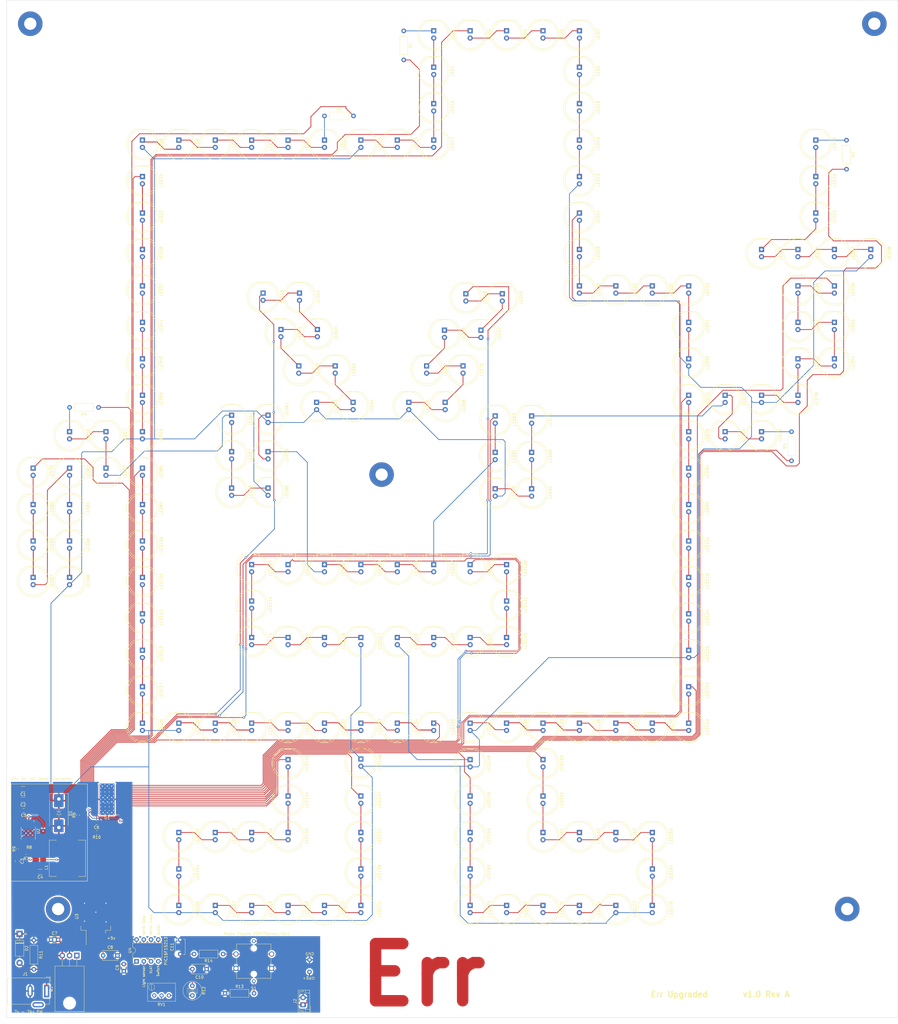
<source format=kicad_pcb>
(kicad_pcb (version 20221018) (generator pcbnew)
  (layers (0 "F.Cu" signal) (31 "B.Cu" signal) (34 "B.Paste" user) (35 "F.Paste" user) (36 "B.SilkS" user "B.Silkscreen") (37 "F.SilkS" user "F.Silkscreen") (38 "B.Mask" user) (39 "F.Mask" user) (44 "Edge.Cuts" user))
  (net 0 "")
  (net 1 "GND")
  (net 2 "Net-(LED1-K)")
  (net 3 "Net-(LED10-K)")
  (net 4 "Net-(LED14-K)")
  (net 5 "Net-(LED100-A)")
  (net 6 "Net-(LED104-A)")
  (net 7 "Net-(LED2-K)")
  (net 8 "Net-(LED112-K)")
  (net 9 "Net-(LED138-A)")
  (net 10 "Net-(C3-Pad1)")
  (net 11 "Net-(U2-SS)")
  (net 12 "Net-(U4-RA5)")
  (net 13 "Net-(U4-MCLR{slash}Vpp{slash}RA4)")
  (net 14 "/Body 5")
  (net 15 "Net-(LED11-K)")
  (net 16 "Net-(LED20-K)")
  (net 17 "Net-(LED34-A)")
  (net 18 "Net-(LED4-A)")
  (net 19 "Net-(LED5-K)")
  (net 20 "Net-(LED16-A)")
  (net 21 "Net-(LED104-K)")
  (net 22 "Net-(LED117-K)")
  (net 23 "Net-(LED138-K)")
  (net 24 "Net-(LED142-K)")
  (net 25 "Net-(LED144-K)")
  (net 26 "Net-(LED19-A)")
  (net 27 "Net-(LED152-K)")
  (net 28 "/Body 2")
  (net 29 "Net-(LED8-K)")
  (net 30 "Net-(LED13-K)")
  (net 31 "Net-(LED18-A)")
  (net 32 "/Body 6")
  (net 33 "Net-(LED1-A)")
  (net 34 "Net-(LED10-A)")
  (net 35 "Net-(LED21-A)")
  (net 36 "Net-(LED25-K)")
  (net 37 "Net-(LED44-A)")
  (net 38 "Net-(LED22-A)")
  (net 39 "Net-(LED161-A)")
  (net 40 "Net-(LED163-A)")
  (net 41 "Net-(LED27-K)")
  (net 42 "Net-(LED29-A)")
  (net 43 "Net-(LED30-A)")
  (net 44 "Net-(LED140-K)")
  (net 45 "+BATT")
  (net 46 "+5V")
  (net 47 "Net-(LED3-A)")
  (net 48 "Net-(LED31-A)")
  (net 49 "Net-(LED31-K)")
  (net 50 "Net-(LED33-A)")
  (net 51 "Net-(LED34-K)")
  (net 52 "Net-(LED40-K)")
  (net 53 "Net-(LED42-K)")
  (net 54 "Net-(LED37-A)")
  (net 55 "Net-(LED111-K)")
  (net 56 "Net-(LED42-A)")
  (net 58 "VCC")
  (net 59 "/L. Arm")
  (net 60 "Net-(LED60-A)")
  (net 61 "/R. Eyebrow")
  (net 62 "Net-(LED108-A)")
  (net 63 "Net-(LED44-K)")
  (net 64 "Net-(LED46-K)")
  (net 65 "Net-(LED47-K)")
  (net 66 "/L. Eyebrow")
  (net 67 "Net-(LED134-K)")
  (net 68 "Net-(LED150-A)")
  (net 69 "Net-(LED162-A)")
  (net 70 "Net-(LED50-K)")
  (net 71 "Net-(LED52-K)")
  (net 72 "Net-(LED56-K)")
  (net 73 "Net-(LED36-A)")
  (net 74 "Net-(LED56-A)")
  (net 75 "Net-(LED140-A)")
  (net 76 "Net-(LED6-A)")
  (net 77 "Net-(LED12-K)")
  (net 78 "Net-(LED48-A)")
  (net 79 "Net-(LED54-K)")
  (net 80 "Net-(LED36-K)")
  (net 81 "Net-(LED58-A)")
  (net 82 "Net-(LED67-A)")
  (net 83 "Net-(LED57-A)")
  (net 84 "Net-(LED64-K)")
  (net 85 "Net-(LED61-K)")
  (net 86 "Net-(LED62-K)")
  (net 87 "Net-(LED62-A)")
  (net 88 "Net-(LED68-K)")
  (net 89 "Net-(LED63-K)")
  (net 90 "/L. Eye {slash} Mouth")
  (net 91 "Net-(LED87-A)")
  (net 92 "Net-(LED102-A)")
  (net 93 "Net-(LED103-A)")
  (net 94 "Net-(LED69-A)")
  (net 95 "/Body 7")
  (net 96 "Net-(LED117-A)")
  (net 97 "Net-(LED119-K)")
  (net 98 "Net-(LED71-K)")
  (net 99 "Net-(LED124-A)")
  (net 100 "Net-(LED71-A)")
  (net 101 "Net-(LED73-K)")
  (net 102 "Net-(LED72-A)")
  (net 103 "Net-(LED131-K)")
  (net 104 "Net-(LED136-K)")
  (net 105 "Net-(LED76-K)")
  (net 106 "Net-(LED74-K)")
  (net 107 "Net-(LED75-A)")
  (net 108 "Net-(LED158-A)")
  (net 109 "Net-(LED164-A)")
  (net 110 "Net-(LED77-K)")
  (net 111 "/R. Arm 1")
  (net 112 "Net-(LED79-A)")
  (net 113 "Net-(LED81-K)")
  (net 114 "Net-(LED80-A)")
  (net 115 "+24V")
  (net 116 "Net-(LED82-K)")
  (net 117 "Net-(LED84-K)")
  (net 118 "/Body 1")
  (net 119 "Net-(LED86-K)")
  (net 120 "Net-(LED107-K)")
  (net 121 "Net-(LED90-K)")
  (net 122 "Net-(LED15-K)")
  (net 123 "Net-(LED92-K)")
  (net 124 "Net-(LED18-K)")
  (net 125 "Net-(LED101-A)")
  (net 126 "Net-(LED94-A)")
  (net 127 "Net-(LED96-A)")
  (net 128 "Net-(LED27-A)")
  (net 129 "Net-(LED25-A)")
  (net 130 "/R. Mouth {slash} Leg")
  (net 131 "Net-(LED46-A)")
  (net 132 "Net-(LED97-K)")
  (net 133 "Net-(LED108-K)")
  (net 134 "Net-(LED20-A)")
  (net 135 "Net-(LED110-K)")
  (net 136 "Net-(LED112-A)")
  (net 137 "Net-(LED81-A)")
  (net 138 "Net-(LED114-A)")
  (net 139 "Net-(LED119-A)")
  (net 140 "Net-(LED120-K)")
  (net 141 "Net-(LED121-K)")
  (net 142 "Net-(LED122-A)")
  (net 143 "Net-(LED126-K)")
  (net 144 "Net-(LED128-K)")
  (net 145 "Net-(LED128-A)")
  (net 146 "Net-(LED66-K)")
  (net 147 "Net-(LED130-K)")
  (net 148 "Net-(LED110-A)")
  (net 149 "Net-(LED132-K)")
  (net 150 "Net-(LED133-K)")
  (net 151 "Net-(LED105-K)")
  (net 152 "Net-(LED157-A)")
  (net 153 "Net-(LED168-A)")
  (net 154 "Net-(LED136-A)")
  (net 155 "Net-(LED100-K)")
  (net 156 "/L. Mouth {slash} Leg")
  (net 157 "Net-(LED106-K)")
  (net 158 "Net-(LED144-A)")
  (net 159 "/Body 9")
  (net 160 "Net-(LED147-A)")
  (net 161 "/Body 8")
  (net 162 "Net-(LED24-A)")
  (net 163 "Net-(LED149-A)")
  (net 164 "Net-(LED116-A)")
  (net 165 "/R. Leg 1")
  (net 166 "/R. Leg 2")
  (net 167 "Net-(LED151-A)")
  (net 168 "/L. Leg 1")
  (net 169 "Net-(LED40-A)")
  (net 170 "Net-(LED115-A)")
  (net 171 "Net-(LED152-A)")
  (net 172 "/L. Leg 2")
  (net 173 "Net-(LED153-K)")
  (net 174 "Net-(LED52-A)")
  (net 175 "Net-(LED53-A)")
  (net 176 "Net-(LED154-A)")
  (net 177 "Net-(LED159-A)")
  (net 178 "Net-(LED160-A)")
  (net 179 "Net-(LED164-K)")
  (net 180 "Net-(LED167-K)")
  (net 181 "Net-(LED168-K)")
  (net 182 "Net-(LED155-A)")
  (net 183 "Net-(LED172-K)")
  (net 184 "Net-(LED172-A)")
  (net 185 "Net-(LED174-A)")
  (net 186 "Net-(LED170-K)")
  (net 187 "Net-(LED174-K)")
  (net 188 "/Body 4")
  (net 189 "/Body 3")
  (net 190 "/L. Arm {slash} Finger")
  (net 191 "/R. Arm {slash} Eye")
  (net 192 "Net-(U2-COMP)")
  (net 193 "Net-(U2-FB)")
  (net 194 "/L. Eye {slash} Arm")
  (net 195 "Net-(U2-FREQ)")
  (net 196 "Net-(U1-IREF)")
  (net 197 "Net-(R12-Pad2)")
  (net 198 "Net-(R13-Pad2)")
  (net 200 "Net-(U1-XLAT)")
  (net 203 "Net-(U1-SIN)")
  (net 204 "Net-(U1-SCLK)")
  (net 205 "+VDC")
  (net 206 "Net-(U1-BLANK)")
  (net 207 "/SW")
  (net 209 "Net-(R14-Pad1)")
  (footprint "LED_THT:LED_D10.0mm" (layer "F.Cu") (at 121.98 210.745)
    (fp_text reference "LED104")
    (fp_text value "LED" hide)
  )
  (footprint "LED_THT:LED_D10.0mm" (layer "F.Cu") (at 185.75 330)
    (fp_text reference "LED172")
    (fp_text value "LED" hide)
  )
  (footprint "Capacitor_THT:C_Disc_D3.0mm_W2.0mm_P2.50mm" (layer "F.Cu") (at 27.5 340.75)
    (fp_text reference "C7")
    (fp_text value "0.1µF")
  )
  (footprint "LED_THT:LED_D10.0mm" (layer "F.Cu") (at 96.48 304.495)
    (fp_text reference "LED156")
    (fp_text value "LED" hide)
  )
  (footprint "LED_THT:LED_D10.0mm" (layer "F.Cu") (at 211.23 36.745)
    (fp_text reference "LED5")
    (fp_text value "LED" hide)
  )
  (footprint "LED_THT:LED_D10.0mm" (layer "F.Cu") (at 211.23 87.745)
    (fp_text reference "LED24")
    (fp_text value "LED" hide)
  )
  (footprint "LED_THT:LED_D10.0mm" (layer "F.Cu") (at 194.5 158.75)
    (fp_text reference "LED71")
    (fp_text value "LED" hide)
  )
  (footprint "LED_THT:LED_D10.0mm" (layer "F.Cu") (at 121.98 236.245)
    (fp_text reference "LED118")
    (fp_text value "LED" hide)
  )
  (footprint "Capacitor_SMD:C_0805_2012Metric_Pad1.18x1.45mm_HandSolder" (layer "F.Cu") (at 43.4625 299.75 180)
    (fp_text reference "C6")
    (fp_text value "0.1µF")
  )
  (footprint "LED_THT:LED_D10.0mm" (layer "F.Cu") (at 132 153.995)
    (fp_text reference "LED64")
    (fp_text value "LED" hide)
  )
  (footprint "LED_THT:LED_D10.0mm" (layer "F.Cu") (at 113.23 115.745)
    (fp_text reference "LED42")
    (fp_text value "LED" hide)
  )
  (footprint "LED_THT:LED_D10.0mm" (layer "F.Cu") (at 102.23 183.995)
    (fp_text reference "LED86")
    (fp_text value "LED" hide)
  )
  (footprint "LED_THT:LED_D10.0mm" (layer "F.Cu") (at 70.98 266.245)
    (fp_text reference "LED129")
    (fp_text value "LED" hide)
  )
  (footprint "LED_THT:LED_D10.0mm" (layer "F.Cu") (at 211.23 74.995)
    (fp_text reference "LED23")
    (fp_text value "LED" hide)
  )
  (footprint "LED_THT:LED_D10.0mm" (layer "F.Cu") (at 70.98 304.495)
    (fp_text reference "LED152")
    (fp_text value "LED" hide)
  )
  (footprint "LED_THT:LED_D10.0mm" (layer "F.Cu") (at 287.73 138.745)
    (fp_text reference "LED52")
    (fp_text value "LED" hide)
  )
  (footprint "LED_THT:LED_D10.0mm" (layer "F.Cu") (at 112.98 141.245)
    (fp_text reference "LED60")
    (fp_text value "LED" hide)
  )
  (footprint "LED_THT:LED_D10.0mm" (layer "F.Cu") (at 160.23 49.495)
    (fp_text reference "LED16")
    (fp_text value "LED" hide)
  )
  (footprint "Package_TO_SOT_THT:TO-220-3_Horizontal_TabDown" (layer "F.Cu") (at 36.54 346.27 180)
    (fp_text reference "Q1")
    (fp_text value "FQP27P06")
  )
  (footprint "LED_THT:LED_D10.0mm" (layer "F.Cu") (at 211.23 266.245)
    (fp_text reference "LED138")
    (fp_text value "LED" hide)
  )
  (footprint "LED_THT:LED_D10.0mm" (layer "F.Cu") (at 160.23 210.745)
    (fp_text reference "LED107")
    (fp_text value "LED" hide)
  )
  (footprint "LED_THT:LED_D10.0mm" (layer "F.Cu") (at 119.48 128.495)
    (fp_text reference "LED45")
    (fp_text value "LED" hide)
  )
  (footprint "LED_THT:LED_D10.0mm" (layer "F.Cu") (at 109.23 278.995)
    (fp_text reference "LED145")
    (fp_text value "LED" hide)
  )
  (footprint "LED_THT:LED_D10.0mm" (layer "F.Cu") (at 58.23 202.495)
    (fp_text reference "LED100")
    (fp_text value "LED" hide)
  )
  (footprint "LED_THT:LED_D10.0mm" (layer "F.Cu") (at 223.98 329.995)
    (fp_text reference "LED177")
    (fp_text value "LED" hide)
  )
  (footprint "LED_THT:LED_D10.0mm" (layer "F.Cu") (at 89.48 183.995)
    (fp_text reference "LED89")
    (fp_text value "LED" hide)
  )
  (footprint "LED_THT:LED_D10.0mm" (layer "F.Cu") (at 109.23 304.495)
    (fp_text reference "LED155")
    (fp_text value "LED" hide)
  )
  (footprint "Resistor_SMD:R_0201_0603Metric_Pad0.64x0.40mm_HandSolder" (layer "F.Cu") (at 19.8425 309.5)
    (fp_text reference "R8")
    (fp_text value "86.6k" hide)
  )
  (footprint "Custom:SW_TSD1265" (layer "F.Cu") (at 98.5 348.25 -90)
    (fp_text reference "S1")
    (fp_text value "TSD1265")
  )
  (footprint "LED_THT:LED_D10.0mm" (layer "F.Cu") (at 70.98 317.245)
    (fp_text reference "LED154")
    (fp_text value "LED" hide)
  )
  (footprint "LED_THT:LED_D10.0mm" (layer "F.Cu") (at 58.23 266.245)
    (fp_text reference "LED126")
    (fp_text value "LED" hide)
  )
  (footprint "LED_THT:LED_D10.0mm" (layer "F.Cu") (at 172.98 23.995)
    (fp_text reference "LED3")
    (fp_text value "LED" hide)
  )
  (footprint "LED_THT:LED_D10.0mm" (layer "F.Cu") (at 300.48 100.495)
    (fp_text reference "LED37")
    (fp_text value "LED" hide)
  )
  (footprint "LED_THT:LED_D10.0mm" (layer "F.Cu") (at 83.75 330)
    (fp_text reference "LED167")
    (fp_text value "LED" hide)
  )
  (footprint "LED_THT:LED_D10.0mm" (layer "F.Cu") (at 172.98 266.245)
    (fp_text reference "LED137")
    (fp_text value "LED" hide)
  )
  (footprint "Capacitor_THT:C_Disc_D3.0mm_W2.0mm_P2.50mm" (layer "F.Cu") (at 53 351.75 90)
    (fp_text reference "C9")
    (fp_text value "0.1µF")
  )
  (footprint "LED_THT:LED_D10.0mm" (layer "F.Cu") (at 172.98 210.745)
    (fp_text reference "LED109")
    (fp_text value "LED" hide)
  )
  (footprint "LED_THT:LED_D10.0mm" (layer "F.Cu") (at 249.48 113.245)
    (fp_text reference "LED33")
    (fp_text value "LED" hide)
  )
  (footprint "LED_THT:LED_D10.0mm" (layer "F.Cu") (at 32.73 164.245)
    (fp_text reference "LED56")
    (fp_text value "LED" hide)
  )
  (footprint "LED_THT:LED_D10.0mm" (layer "F.Cu") (at 96.48 223.495)
    (fp_text reference "LED114")
    (fp_text value "LED" hide)
  )
  (footprint "LED_THT:LED_D10.0mm" (layer "F.Cu") (at 172.98 304.495)
    (fp_text reference "LED159")
    (fp_text value "LED" hide)
  )
  (footprint "LED_THT:LED_D10.0mm" (layer "F.Cu") (at 174.25 290.475 -90)
    (fp_text reference "LED149")
    (fp_text value "LED")
  )
  (footprint "LED_THT:LED_D10.0mm" (layer "F.Cu") (at 134.73 317.245)
    (fp_text reference "LED158")
    (fp_text value "LED" hide)
  )
  (footprint "Resistor_SMD:R_0603_1608Metric_Pad0.98x0.95mm_HandSolder" (layer "F.Cu") (at 37 297.1625 90)
    (fp_text reference "R6")
    (fp_text value "300k" hide)
  )
  (footprint "LED_THT:LED_D10.0mm" (layer "F.Cu") (at 89.48 158.495)
    (fp_text reference "LED62")
    (fp_text value "LED" hide)
  )
  (footprint "LED_THT:LED_D10.0mm" (layer "F.Cu") (at 109.23 236.245)
    (fp_text reference "LED116")
    (fp_text value "LED" hide)
  )
  (footprint "Resistor_SMD:R_0402_1005Metric_Pad0.72x0.64mm_HandSolder" (layer "F.Cu") (at 18.8475 311.25 180)
    (fp_text reference "R7")
    (fp_text value "16.2k" hide)
  )
  (footprint "LED_THT:LED_D10.0mm" (layer "F.Cu") (at 274.98 100.495)
    (fp_text reference "LED35")
    (fp_text value "LED" hide)
  )
  (footprint "Package_DIP:DIP-8_W7.62mm" (layer "F.Cu") (at 57.45 348.3 90)
    (fp_text reference "U4")
    (fp_text value "PIC16F15213-I/P" hide)
  )
  (footprint "Resistor_SMD:R_0805_2012Metric_Pad1.20x1.40mm_HandSolder" (layer "F.Cu") (at 43.5 303.25 180)
    (fp_text reference "R10")
    (fp_text value "100")
  )
  (footprint "Resistor_THT:R_Axial_DIN0207_L6.3mm_D2.5mm_P10.16mm_Horizontal" (layer "F.Cu") (at 151 22.75 -90)
    (fp_text reference "R1")
    (fp_text value "348")
  )
  (footprint "LED_THT:LED_D10.0mm" (layer "F.Cu") (at 300.48 125.995)
    (fp_text reference "LED55")
    (fp_text value "LED" hide)
  )
  (footprint "Resistor_THT:R_Axial_DIN0207_L6.3mm_D2.5mm_P10.16mm_Horizontal" (layer "F.Cu") (at 44.16 154.5 180)
    (fp_text reference "R4")
    (fp_text value "174")
  )
  (footprint "LED_THT:LED_D10.0mm" (layer "F.Cu") (at 181.75 158.75)
    (fp_text reference "LED69")
    (fp_text value "LED" hide)
  )
  (footprint "Capacitor_SMD:C_1206_3216Metric_Pad1.33x1.80mm_HandSolder" (layer "F.Cu") (at 17.75 288 180)
    (fp_text reference "C1")
    (fp_text value "4.7µF" hide)
  )
  (footprint "Custom:IND_SRR1208-120ML" (layer "F.Cu") (at 33.25 312.25 90)
    (fp_text reference "L1")
    (fp_text value "18µH 25m" hide)
  )
  (footprint "LED_THT:LED_D10.0mm" (layer "F.Cu") (at 249.48 253.495)
    (fp_text reference "LED143")
    (fp_text value "LED" hide)
  )
  (footprint "LED_THT:LED_D10.0mm" (layer "F.Cu") (at 58.23 240.745)
    (fp_text reference "LED112")
    (fp_text value "LED" hide)
  )
  (footprint "LED_THT:LED_D10.0mm" (layer "F.Cu") (at 100.48 115.745)
    (fp_text reference "LED43")
    (fp_text value "LED" hide)
  )
  (footprint "Resistor_SMD:R_0402_1005Metric_Pad0.72x0.64mm_HandSolder" (layer "F.Cu") (at 15.75 309 90)
    (fp_text reference "R9")
    (fp_text value "3.48k" hide)
  )
  (footprint "LED_THT:LED_D10.0mm" (layer "F.Cu") (at 249.48 164.245)
    (fp_text reference "LED75")
    (fp_text value "LED" hide)
  )
  (footprint "LED_THT:LED_D10.0mm" (layer "F.Cu") (at 185.75 223.5)
    (fp_text reference "LED122")
    (fp_text value "LED" hide)
  )
  (footprint "LED_THT:LED_D10.0mm" (layer "F.Cu") (at 45.48 164.245)
    (fp_text reference "LED57")
    (fp_text value "LED" hide)
  )
  (footprint "Connector_JST:JST_EH_B2B-EH-A_1x02_P2.50mm_Vertical" (layer "F.Cu") (at 115.75 363.5 90)
    (fp_text reference "J2")
    (fp_text value "Conn_01x02_Pin")
  )
  (footprint "LED_THT:LED_D10.0mm" (layer "F.Cu") (at 134.73 236.245)
    (fp_text reference "LED117")
    (fp_text value "LED" hide)
  )
  (footprint "" (layer "F.Cu") (at 20.25 20.25)
    (fp_text reference "")
    (fp_text value "")
  )
  (footprint "LED_THT:LED_D10.0mm" (layer "F.Cu") (at 96.48 236.245)
    (fp_text reference "LED115")
    (fp_text value "LED" hide)
  )
  (footprint "LED_THT:LED_D10.0mm" (layer "F.Cu") (at 211.23 100.495)
    (fp_text reference "LED29")
    (fp_text value "LED" hide)
  )
  (footprint "LED_THT:LED_D10.0mm" (layer "F.Cu") (at 147.48 266.245)
    (fp_text reference "LED134")
    (fp_text value "LED" hide)
  )
  (footprint "LED_THT:LED_D10.0mm" (layer "F.Cu") (at 96.48 62.27)
    (fp_text reference "LED11")
    (fp_text value "LED" hide)
  )
  (footprint "LED_THT:LED_D10.0mm" (layer "F.Cu") (at 194.5 184.25)
    (fp_text reference "LED92")
    (fp_text value "LED" hide)
  )
  (footprint "LED_THT:LED_D10.0mm" (layer "F.Cu") (at 160.23 36.745)
    (fp_text reference "LED1")
    (fp_text value "LED" hide)
  )
  (footprint "LED_THT:LED_D10.0mm" (layer "F.Cu") (at 58.23 62.245)
    (fp_text reference "LED8")
    (fp_text value "LED" hide)
  )
  (footprint "LED_THT:LED_D10.0mm" (layer "F.Cu") (at 211.23 23.995)
    (fp_text reference "LED7")
    (fp_text value "LED" hide)
  )
  (footprint "Capacitor_SMD:C_1206_3216Metric_Pad1.33x1.80mm_HandSolder" (layer "F.Cu") (at 17.75 291.75 180)
    (fp_text reference "C2")
    (fp_text value "4.7µF" hide)
  )
  (footprint "LED_THT:LED_D10.0mm" (layer "F.Cu") (at 109.23 329.995)
    (fp_text reference "LED168")
    (fp_text value "LED" hide)
  )
  (footprint "LED_THT:LED_D10.0mm" (layer "F.Cu") (at 262.23 151.495)
    (fp_text reference "LED73")
    (fp_text value "LED" hide)
  )
  (footprint "LED_THT:LED_D10.0mm" (layer "F.Cu") (at 109.23 210.745)
    (fp_text reference "LED102")
    (fp_text value "LED" hide)
  )
  (footprint "LED_THT:LED_D10.0mm" (layer "F.Cu") (at 249.48 240.745)
    (fp_text reference "LED125")
    (fp_text value "LED" hide)
  )
  (footprint "LED_THT:LED_D10.0mm" (layer "F.Cu") (at 236.75 317.25)
    (fp_text reference "LED164")
    (fp_text value "LED" hide)
  )
  (footprint "LED_THT:LED_D10.0mm" (layer "F.Cu") (at 249.48 138.745)
    (fp_text reference "LED50")
    (fp_text value "LED" hide)
  )
  (footprint "LED_THT:LED_D10.0mm" (layer "F.Cu") (at 147.48 210.745)
    (fp_text reference "LED106")
    (fp_text value "LED" hide)
  )
  (footprint "LED_THT:LED_D10.0mm" (layer "F.Cu") (at 83.73 266.245)
    (fp_text reference "LED128")
    (fp_text value "LED" hide)
  )
  (footprint "LED_THT:LED_D10.0mm" (layer "F.Cu") (at 211.23 49.495)
    (fp_text reference "LED18")
    (fp_text value "LED" hide)
  )
  (footprint "LED_THT:LED_D10.0mm" (layer "F.Cu") (at 134.73 304.495)
    (fp_text reference "LED157")
    (fp_text value "LED" hide)
  )
  (footprint "LED_THT:LED_D10.0mm" (layer "F.Cu") (at 293.98 87.745)
    (fp_text reference "LED25")
    (fp_text value "LED" hide)
  )
  (footprint "LED_THT:LED_D10.0mm" (layer "F.Cu") (at 236.73 329.995)
    (fp_text reference "LED176")
    (fp_text value "LED" hide)
  )
  (footprint "LED_THT:LED_D10.0mm" (layer "F.Cu") (at 32.73 176.995)
    (fp_text reference "LED82")
    (fp_text value "LED" hide)
  )
  (footprint "LED_THT:LED_D10.0mm" (layer "F.Cu") (at 109.23 266.245)
    (fp_text reference "LED131")
    (fp_text value "LED" hide)
  )
  (footprint "Connector_BarrelJack:BarrelJack_Wuerth_6941xx301002" (layer "F.Cu") (at 26 358.7 -90)
    (fp_text reference "J1")
    (fp_text value "Barrel_Jack_Switch")
  )
  (footprint "LED_THT:LED_D10.0mm" (layer "F.Cu") (at 185.73 266.245)
    (fp_text reference "LED136")
    (fp_text value "LED" hide)
  )
  (footprint "LED_THT:LED_D10.0mm" (layer "F.Cu") (at 58.23 176.995)
    (fp_text reference "LED85")
    (fp_text value "LED" hide)
  )
  (footprint "LED_THT:LED_D10.0mm" (layer "F.Cu") (at 58.23 253.495)
    (fp_text reference "LED127")
    (fp_text value "LED" hide)
  )
  (footprint "LED_THT:LED_D10.0mm" (layer "F.Cu") (at 236.73 113.245)
    (fp_text reference "LED31")
    (fp_text value "LED" hide)
  )
  (footprint "LED_THT:LED_D10.0mm" (layer "F.Cu") (at 106.73 128.495)
    (fp_text reference "LED44")
    (fp_text value "LED" hide)
  )
  (footprint "" (layer "F.Cu") (at 118 352)
    (fp_text reference "")
    (fp_text value "")
  )
  (footprint "LED_THT:LED_D10.0mm" (layer "F.Cu") (at 58.23 113.245)
    (fp_text reference "LED27")
    (fp_text value "LED" hide)
  )
  (footprint "LED_THT:LED_D10.0mm" (layer "F.Cu") (at 163.98 128.745)
    (fp_text reference "LED46")
    (fp_text value "LED" hide)
  )
  (footprint "LED_THT:LED_D10.0mm" (layer "F.Cu") (at 58.23 164.245)
    (fp_text reference "LED59")
    (fp_text value "LED" hide)
  )
  (footprint "LED_THT:LED_D10.0mm" (layer "F.Cu") (at 19.98 189.745)
    (fp_text reference "LED80")
    (fp_text value "LED" hide)
  )
  (footprint "LED_THT:LED_D10.0mm" (layer "F.Cu") (at 223.98 304.495)
    (fp_text reference "LED163")
    (fp_text value "LED" hide)
  )
  (footprint "LED_THT:LED_D10.0mm" (layer "F.Cu") (at 198.48 291.745)
    (fp_text reference "LED151")
    (fp_text value "LED" hide)
  )
  (footprint "Capacitor_SMD:C_0805_2012Metric_Pad1.18x1.45mm_HandSolder" (layer "F.Cu") (at 17.9625 295.5 180)
    (fp_text reference "C5")
    (fp_text value "0.047µF" hide)
  )
  (footprint "Resistor_THT:R_Axial_DIN0207_L6.3mm_D2.5mm_P10.16mm_Horizontal" (layer "F.Cu") (at 123.25 52.5)
    (fp_text reference "R2")
    (fp_text value "348")
  )
  (footprint "LED_THT:LED_D10.0mm" (layer "F.Cu") (at 58.23 189.745)
    (fp_text reference "LED84")
    (fp_text value "LED" hide)
  )
  (footprint "LED_THT:LED_D10.0mm" (layer "F.Cu") (at 249.48 227.995)
    (fp_text reference "LED124")
    (fp_text value "LED" hide)
  )
  (footprint "LED_THT:LED_D10.0mm" (layer "F.Cu") (at 45.48 176.995)
    (fp_text reference "LED83")
    (fp_text value "LED" hide)
  )
  (footprint "Package_SO:HTSSOP-32-1EP_6.1x11mm_P0.65mm_EP5.2x11mm_Mask4.11x4.36mm_ThermalVias" (layer "F.Cu") (at 47.15 291.625 180)
    (fp_text reference "U1")
    (fp_text value "TLC5947DAP")
  )
  (footprint "LED_THT:LED_D10.0mm" (layer "F.Cu") (at 211.23 329.995)
    (fp_text reference "LED174")
    (fp_text value "LED" hide)
  )
  (footprint "Capacitor_THT:C_Disc_D5.1mm_W3.2mm_P5.00mm" (layer "F.Cu") (at 82 351 180)
    (fp_text reference "C10")
    (fp_text value "1µF")
  )
  (footprint "Capacitor_SMD:C_0805_2012Metric_Pad1.18x1.45mm_HandSolder" (layer "F.Cu") (at 15.75 313.25 -90)
    (fp_text reference "C3")
    (fp_text value "0.033µF" hide)
  )
  (footprint "LED_THT:LED_D10.0mm" (layer "F.Cu") (at 151.5 154)
    (fp_text reference "LED66")
    (fp_text value "LED" hide)
  )
  (footprint "LED_THT:LED_D10.0mm" (layer "F.Cu") (at 160.23 62.245)
    (fp_text reference "LED17")
    (fp_text value "LED" hide)
  )
  (footprint "" (layer "F.Cu") (at 315.75 20.25)
    (fp_text reference "")
    (fp_text value "")
  )
  (footprint "LED_THT:LED_D10.0mm" (layer "F.Cu") (at 185.73 210.745)
    (fp_text reference "LED108")
    (fp_text value "LED" hide)
  )
  (footprint "LED_THT:LED_D10.0mm" (layer "F.Cu") (at 109.23 291.745)
    (fp_text reference "LED144")
    (fp_text value "LED" hide)
  )
  (footprint "Capacitor_SMD:C_1206_3216Metric_Pad1.33x1.80mm_HandSolder" (layer "F.Cu") (at 23.75 317 180)
    (fp_text reference "C4")
    (fp_text value "10µF" hide)
  )
  (footprint "LED_THT:LED_D10.0mm" (layer "F.Cu") (at 249.48 215.245)
    (fp_text reference "LED110")
    (fp_text value "LED" hide)
  )
  (footprint "LED_THT:LED_D10.0mm" (layer "F.Cu") (at 198.48 266.245)
    (fp_text reference "LED139")
    (fp_text value "LED" hide)
  )
  (footprint "LED_THT:LED_D10.0mm" (layer "F.Cu") (at 185.73 23.995)
    (fp_text reference "LED4")
    (fp_text value "LED" hide)
  )
  (footprint "LED_THT:LED_D10.0mm" (layer "F.Cu") (at 70.98 62.245)
    (fp_text reference "LED9")
    (fp_text value "LED" hide)
  )
  (footprint "LED_THT:LED_D10.0mm" (layer "F.Cu") (at 171.48 115.995)
    (fp_text reference "LED48")
    (fp_text value "LED" hide)
  )
  (footprint "Capacitor_THT:C_Disc_D5.1mm_W3.2mm_P5.00mm" (layer "F.Cu") (at 72.75 345.75 90)
    (fp_text reference "C11")
    (fp_text value "1µF")
  )
  (footprint "LED_THT:LED_D10.0mm" (layer "F.Cu") (at 274.98 164.245)
    (fp_text reference "LED76")
    (fp_text value "LED" hide)
  )
  (footprint "LED_THT:LED_D10.0mm" (layer "F.Cu") (at 83.73 304.495)
    (fp_text reference "LED153")
    (fp_text value "LED" hide)
  )
  (footprint "LED_THT:LED_D10.0mm" (layer "F.Cu") (at 223.98 113.245)
    (fp_text reference "LED32")
    (fp_text value "LED" hide)
  )
  (footprint "LED_THT:LED_D10.0mm" (layer "F.Cu") (at 313.23 100.495)
    (fp_text reference "LED38")
    (fp_text value "LED" hide)
  )
  (footprint "LED_THT:LED_D10.0mm" (layer "F.Cu") (at 287.73 100.495)
    (fp_text reference "LED34")
    (fp_text value "LED" hide)
  )
  (footprint "OptoDevice:R_LDR_D6.4mm_P3.4mm_Vertical" (layer "F.Cu") (at 77 356.85 -90)
    (fp_text reference "R12")
    (fp_text value "R_Photo")
  )
  (footprint "LED_THT:LED_D10.0mm" (layer "F.Cu") (at 185.73 236.245)
    (fp_text reference "LED123")
    (fp_text value "LED" hide)
  )
  (footprint "LED_THT:LED_D10.0mm" (layer "F.Cu") (at 32.73 215.245)
    (fp_text reference "LED98")
    (fp_text value "LED" hide)
  )
  (footprint "LED_THT:LED_D10.0mm" (layer "F.Cu") (at 136 277.5 -90)
    (fp_text reference "LED146")
    (fp_text value "LED")
  )
  (footprint "LED_THT:LED_D10.0mm" (layer "F.Cu") (at 58.23 227.995)
    (fp_text reference "LED113")
    (fp_text value "LED" hide)
  )
  (footprint "LED_THT:LED_D10.0mm" (layer "F.Cu") (at 211.23 304.495)
    (fp_text reference "LED162")
    (fp_text value "LED" hide)
  )
  (footprint "LED_THT:LED_D10.0mm" (layer "F.Cu") (at 223.98 266.245)
    (fp_text reference "LED141")
    (fp_text value "LED" hide)
  )
  (footprint "LED_THT:LED_D10.0mm" (layer "F.Cu") (at 172.98 317.245)
    (fp_text reference "LED160")
    (fp_text value "LED" hide)
  )
  (footprint "LED_THT:LED_D10.0mm" (layer "F.Cu") (at 160.23 236.245)
    (fp_text reference "LED120")
    (fp_text value "LED" hide)
  )
  (footprint "LED_THT:LED_D10.0mm" (layer "F.Cu") (at 170.48 141.245)
    (fp_text reference "LED70")
    (fp_text value "LED" hide)
  )
  (footprint "LED_THT:LED_D10.0mm" (layer "F.Cu") (at 83.73 62.245)
    (fp_text reference "LED10")
    (fp_text value "LED" hide)
  )
  (footprint "LED_THT:LED_D10.0mm" (layer "F.Cu") (at 32.73 189.745)
    (fp_text reference "LED81")
    (fp_text value "LED" hide)
  )
  (footprint "LED_THT:LED_D10.0mm" (layer "F.Cu") (at 249.48 176.995)
    (fp_text reference "LED94")
    (fp_text value "LED" hide)
  )
  (footprint "LED_THT:LED_D10.0mm" (layer "F.Cu") (at 236.75 304.5)
    (fp_text reference "LED165")
    (fp_text value "LED" hide)
  )
  (footprint "Resistor_THT:R_Axial_DIN0207_L6.3mm_D2.5mm_P10.16mm_Horizontal" (layer "F.Cu") (at 21.5 351.08 90)
    (fp_text reference "R11")
    (fp_text value "100k")
  )
  (footprint "LED_THT:LED_D10.0mm" (layer "F.Cu") (at 293.98 74.995)
    (fp_text reference "LED26")
    (fp_text value "LED" hide)
  )
  (footprint "LED_THT:LED_D10.0mm" (layer "F.Cu") (at 58.23 87.745)
    (fp_text reference "LED22")
    (fp_text value "LED" hide)
  )
  (footprint "LED_THT:LED_D10.0mm" (layer "F.Cu") (at 134.73 266.245)
    (fp_text reference "LED133")
    (fp_text value "LED" hide)
  )
  (footprint "LED_THT:LED_D10.0mm" (layer "F.Cu") (at 58.25 125.995)
    (fp_text reference "LED41")
    (fp_text value "LED" hide)
  )
  (footprint "LED_THT:LED_D10.0mm" (layer "F.Cu") (at 147.48 62.245)
    (fp_text reference "LED15")
    (fp_text value "LED" hide)
  )
  (footprint "Resistor_THT:R_Axial_DIN0207_L6.3mm_D2.5mm_P10.16mm_Horizontal" (layer "F.Cu") (at 88.42 359.5)
    (fp_text reference "R13")
    (fp_text value "200")
  )
  (footprint "LED_THT:LED_D10.0mm" (layer "F.Cu") (at 198.48 329.995)
    (fp_text reference "LED175")
    (fp_text value "LED" hide)
  )
  (footprint "LED_THT:LED_D10.0mm" (layer "F.Cu") (at 134.73 62.245)
    (fp_text reference "LED14")
    (fp_text value "LED" hide)
  )
  (footprint "LED_THT:LED_D10.0mm" (layer "F.Cu") (at 125.73 141.245)
    (fp_text reference "LED65")
    (fp_text value "LED" hide)
  )
  (footprint "LED_THT:LED_D10.0mm" (layer "F.Cu") (at 136 290.46 -90)
    (fp_text reference "LED147")
    (fp_text value "LED")
  )
  (footprint "LED_THT:LED_D10.0mm" (layer "F.Cu") (at 121.98 329.995)
    (fp_text reference "LED170")
    (fp_text value "LED" hide)
  )
  (footprint "LED_THT:LED_D10.0mm" (layer "F.Cu") (at 70.98 329.995)
    (fp_text reference "LED166")
    (fp_text value "LED" hide)
  )
  (footprint "LED_THT:LED_D10.0mm" (layer "F.Cu") (at 249.48 151.495)
    (fp_text reference "LED72")
    (fp_text value "LED" hide)
  )
  (footprint "Package_TO_SOT_SMD:TO-263-2" (layer "F.Cu") (at 43.21 332.6 90)
    (fp_text reference "U3")
    (fp_text value "L7805CD2T")
  )
  (footprint "LED_THT:LED_D10.0mm" (layer "F.Cu") (at 211.23 62.245)
    (fp_text reference "LED19")
    (fp_text value "LED" hide)
  )
  (footprint "LED_THT:LED_D10.0mm" (layer "F.Cu") (at 172.98 329.995)
    (fp_text reference "LED173")
    (fp_text value "LED" hide)
  )
  (footprint "LED_THT:LED_D10.0mm" (layer "F.Cu") (at 58.23 151.495)
    (fp_text reference "LED58")
    (fp_text value "LED" hide)
  )
  (footprint "LED_THT:LED_D10.0mm" (layer "F.Cu") (at 119.23 153.995)
    (fp_text reference "LED63")
    (fp_text value "LED" hide)
  )
  (footprint "LED_THT:LED_D10.0mm" (layer "F.Cu") (at 96.48 210.745)
    (fp_text reference "LED103")
    (fp_text value "LED" hide)
  )
  (footprint "" (layer "F.Cu") (at 143.25 178)
    (fp_text reference "")
    (fp_text value "")
  )
  (footprint "LED_THT:LED_D10.0mm" (layer "F.Cu") (at 274.98 151.495)
    (fp_text reference "LED77")
    (fp_text value "LED" hide)
  )
  (footprint "LED_THT:LED_D10.0mm" (layer "F.Cu") (at 198.48 278.995)
    (fp_text reference "LED150")
    (fp_text value "LED" hide)
  )
  (footprint "LED_THT:LED_D10.0mm" (layer "F.Cu") (at 249.48 189.745)
    (fp_text reference "LED95")
    (fp_text value "LED" hide)
  )
  (footprint "LED_THT:LED_D10.0mm" (layer "F.Cu") (at 300.48 113.245)
    (fp_text reference "LED39")
    (fp_text value "LED" hide)
  )
  (footprint "" (layer "F.Cu") (at 306.25 330)
    (fp_text reference "")
    (fp_text value "")
  )
  (footprint "LED_THT:LED_D10.0mm" (layer "F.Cu") (at 249.48 125.995)
    (fp_text reference "LED51")
    (fp_text value "LED" hide)
  )
  (footprint "LED_THT:LED_D10.0mm" (layer "F.Cu") (at 147.48 236.25)
    (fp_text reference "LED119")
    (fp_text value "LED" hide)
  )
  (footprint "Potentiometer_THT:Potentiometer_Bourns_3299W_Vertical" (layer "F.Cu") (at 63.67 360.25 180)
    (fp_text reference "RV1")
    (fp_text value "1k")
  )
  (footprint "" (layer "F.Cu") (at 118 347.75)
    (fp_text reference "")
    (fp_text value "")
  )
  (footprint "LED_THT:LED_D10.0mm" (layer "F.Cu") (at 32.73 202.495)
    (fp_text reference "LED96")
    (fp_text value "LED" hide)
  )
  (footprint "Resistor_THT:R_Axial_DIN0207_L6.3mm_D2.5mm_P10.16mm_Horizontal" (layer "F.Cu") (at 286.75 173.16 90)
    (fp_text reference "R5")
    (fp_text value "174")
  )
  (footprint "LED_THT:LED_D10.0mm" (layer "F.Cu") (at 160.23 266.245)
    (fp_text reference "LED135")
    (fp_text value "LED" hide)
  )
  (footprint "LED_THT:LED_D10.0mm" (layer "F.Cu") (at 185.5 114.725 -90)
    (fp_text reference "LED49")
    (fp_text value "LED")
  )
  (footprint "LED_THT:LED_D10.0mm" (layer "F.Cu") (at 287.73 125.995)
    (fp_text reference "LED53")
    (fp_text value "LED" hide)
  )
  (footprint "LED_THT:LED_D10.0mm" (layer "F.Cu") (at 287.73 113.245)
    (fp_text reference "LED36")
    (fp_text value "LED" hide)
  )
  (footprint "LED_THT:LED_D10.0mm" (layer "F.Cu") (at 300.48 138.745)
    (fp_text reference "LED54")
    (fp_text value "LED" hide)
  )
  (footprint "LED_THT:LED_D10.0mm" (layer "F.Cu") (at 211.23 113.245)
    (fp_text reference "LED30")
    (fp_text value "LED" hide)
  )
  (footprint "LED_THT:LED_D10.0mm" (layer "F.Cu") (at 181.75 184.25)
    (fp_text reference "LED90")
    (fp_text value "LED" hide)
  )
  (footprint "LED_THT:LED_D10.0mm" (layer "F.Cu") (at 58.23 138.745)
    (fp_text reference "LED40")
    (fp_text value "LED" hide)
  )
  (footprint "LED_THT:LED_D10.0mm" (layer "F.Cu") (at 134.73 329.995)
    (fp_text reference "LED171")
    (fp_text value "LED" hide)
  )
  (footprint "LED_THT:LED_D10.0mm" (layer "F.Cu") (at 121.98 62.245)
    (fp_text reference "LED13")
    (fp_text value "LED" hide)
  )
  (footprint "LED_THT:LED_D10.0mm" (layer "F.Cu") (at 19.98 202.495)
    (fp_text reference "LED99")
    (fp_text value "LED" hide)
  )
  (footprint "Capacitor_THT:C_Disc_D5.1mm_W3.2mm_P5.00mm" (layer "F.Cu") (at 45.75 346.25)
    (fp_text reference "C8")
    (fp_text value "0.33µF")
  )
  (footprint "LED_THT:LED_D10.0mm" (layer "F.Cu") (at 160.23 23.995)
    (fp_text reference "LED2")
    (fp_text value "LED" hide)
  )
  (footprint "" (layer "F.Cu") (at 30 330)
    (fp_text reference "")
    (fp_text value "")
  )
  (footprint "LED_THT:LED_D10.0mm" (layer "F.Cu") (at 96.48 266.245)
    (fp_text reference "LED130")
    (fp_text value "LED" hide)
  )
  (footprint "LED_THT:LED_D10.0mm" (layer "F.Cu") (at 174.25 277.725 -90)
    (fp_text reference "LED148")
    (fp_text value "LED")
  )
  (footprint "LED_THT:LED_D10.0mm" (layer "F.Cu") (at 194.5 171.5)
    (fp_text reference "LED93")
    (fp_text value "LED" hide)
  )
  (footprint "LED_THT:LED_D10.0mm" (layer "F.Cu") (at 249.48 202.495)
    (fp_text reference "LED111")
    (fp_text value "LED" hide)
  )
  (footprint "LED_THT:LED_D10.0mm" (layer "F.Cu") (at 198.48 304.495)
    (fp_text reference "LED161")
    (fp_text value "LED" hide)
  )
  (footprint "Resistor_THT:R_Axial_DIN0207_L6.3mm_D2.5mm_P10.16mm_Horizontal" (layer "F.Cu") (at 306 61 -90)
    (fp_text reference "R3")
    (fp_text value "174")
  )
  (footprint "LED_THT:LED_D10.0mm" (layer "F.Cu") (at 19.98 176.995)
    (fp_text reference "LED79")
    (fp_text value "LED" hide)
  )
  (footprint "Resistor_THT:R_Axial_DIN0207_L6.3mm_D2.5mm_P10.16mm_Horizontal" (layer "F.Cu") (at 87.75 345.75 180)
    (fp_text reference "R14")
    (fp_text value "6.8k")
  )
  (footprint "LED_THT:LED_D10.0mm" (layer "F.Cu") (at 96.48 329.995)
    (fp_text reference "LED169")
    (fp_text value "LED" hide)
  )
  (footprint "LED_THT:LED_D10.0mm" (layer "F.Cu") (at 293.98 62.245)
    (fp_text reference "LED20")
    (fp_text value "LED" hide)
  )
  (footprint "LED_THT:LED_D10.0mm" (layer "F.Cu") (at 102.23 171.245)
    (fp_text reference "LED88")
    (fp_text value "LED" hide)
  )
  (footprint "LED_THT:LED_D10.0mm" (layer "F.Cu") (at 134.73 210.745)
    (fp_text reference "LED105")
    (fp_text value "LED" hide)
  )
  (footprint "LED_THT:LED_D10.0mm" (layer "F.Cu") (at 236.73 266.245)
    (fp_text reference "LED140")
    (fp_text value "LED" hide)
  )
  (footprint "LED_THT:LED_D10.0mm" (layer "F.Cu") (at 58.23 215.245)
    (fp_text reference "LED101")
    (fp_text value "LED" hide)
  )
  (footprint "LED_THT:LED_D10.0mm" (layer "F.Cu") (at 58.23 74.995)
    (fp_text reference "LED21")
    (fp_text value "LED" hide)
  )
  (footprint "Diode_THT:D_DO-41_SOD81_P10.16mm_Horizontal" (layer "F.Cu") (at 16.5 338.67 -90)
    (fp_text reference "D2")
    (fp_text value "1N5819")
  )
  (footprint "Custom:IC_TPS27S100BPWPR" (layer "F.Cu") (at 19.55 303.45 -90)
    (fp_text reference "U2")
    (fp_text value "TPS61175PWPR" hide)
  )
  (footprint "LED_THT:LED_D10.0mm" (layer "F.Cu") (at 19.98 215.245)
    (fp_text reference "LED97")
    (fp_text value "LED" hide)
  )
  (footprint "LED_THT:LED_D10.0mm" (layer "F.Cu") (at 121.98 266.245)
    (fp_text reference "LED132")
    (fp_text value "LED" hide)
  )
  (footprint "LED_THT:LED_D10.0mm" (layer "F.Cu") (at 157.73 141.245)
    (fp_text reference "LED67")
    (fp_text value "LED" hide)
  )
  (footprint "LED_THT:LED_D10.0mm" (layer "F.Cu") (at 102.23 158.495)
    (fp_text reference "LED61")
    (fp_text value "LED" hide)
  )
  (footprint "LED_THT:LED_D10.0mm" (layer "F.Cu") (at 176.75 128.75)
    (fp_text reference "LED47")
    (fp_text value "LED" hide)
  )
  (footprint "LED_THT:LED_D10.0mm" (layer "F.Cu") (at 287.73 151.495)
    (fp_text reference "LED78")
    (fp_text value "LED" hide)
  )
  (footprint "Diode_SMD:D_SMC-RM10_Universal_Handsoldering" (layer "F.Cu") (at 30.25 296.5 -90)
    (fp_text reference "D1")
    (fp_text value "B540C-13-F")
  )
  (footprint "LED_THT:LED_D10.0mm" (layer "F.Cu") (at 198.48 23.995)
    (fp_text reference "LED6")
    (fp_text value "LED" hide)
  )
  (footprint "LED_THT:LED_D10.0mm" (layer "F.Cu") (at 58.23 100.495)
    (fp_text reference "LED28")
    (fp_text value "LED" hide)
  )
  (footprint "LED_THT:LED_D10.0mm" (layer "F.Cu") (at 109.23 62.27)
    (fp_text reference "LED12")
    (fp_text value "LED" hide)
  )
  (footprint "LED_THT:LED_D10.0mm" (layer "F.Cu") (at 164.23 153.995)
    (fp_text reference "LED68")
    (fp_text value "LED" hide)
  )
  (footprint "LED_THT:LED_D10.0mm" (layer "F.Cu") (at 262.23 164.245)
    (fp_text reference "LED74")
    (fp_text value "LED" hide)
  )
  (footprint "LED_THT:LED_D10.0mm" (layer "F.Cu") (at 172.98 236.245)
    (fp_text reference "LED121")
    (fp_text value "LED" hide)
  )
  (footprint "LED_THT:LED_D10.0mm" (layer "F.Cu") (at 181.75 171.5)
    (fp_text reference "LED91")
    (fp_text value "LED" hide)
  )
  (footprint "LED_THT:LED_D10.0mm" (layer "F.Cu") (at 89.48 171.245)
    (fp_text reference "LED87")
    (fp_text value "LED" hide)
  )
  (footprint "LED_THT:LED_D10.0mm" (layer "F.Cu") (at 249.48 266.245)
    (fp_text reference "LED142")
    (fp_text value "LED" hide)
  )
  (gr_rect (start 13.5 286.25) (end 40.25 320.25) (stroke (width 0.15)) (fill none) (layer "F.SilkS"))
  (gr_rect (start 12 12) (end 324 368) (stroke (width 0.1)) (fill none) (layer "Edge.Cuts"))
  (gr_text "Err" (at 133.75 364.75) (layer "F.Cu") (effects (font (size 20 20) (thickness 4) bold) (justify left bottom)))
  (gr_text "Err Upgraded" (at 237.25 361) (layer "F.SilkS") (effects (font (size 2 2) (thickness 0.4) bold) (justify left bottom)))
  (gr_text "+Batt" (at 115.5 354.75) (layer "F.SilkS") (effects (font (size 1 1) (thickness 0.125)) (justify left bottom)))
  (gr_text "XLAT" (at 62.95 352.68 90) (layer "F.SilkS") (effects (font (size 0.8 0.8)) (justify left bottom)))
  (gr_text "Mode Toggle (Off/Sensor/On)" (at 88 339.25) (layer "F.SilkS") (effects (font (size 1 1)) (justify left bottom)))
  (gr_text "7v - 24v 6W" (at 14.5 366.5) (layer "F.SilkS") (effects (font (size 1 1)) (justify left bottom)))
  (gr_text "v1.0 Rev A" (at 269.5 361) (layer "F.SilkS") (effects (font (size 2 2) (thickness 0.4) bold) (justify left bottom)))
  (gr_text "Light sensor" (at 60.45 357.43 90) (layer "F.SilkS") (effects (font (size 0.8 0.8)) (justify left bottom)))
  (gr_text "Serial Data" (at 60.45 339.18 90) (layer "F.SilkS") (effects (font (size 0.8 0.8)) (justify left bottom)))
  (gr_text "BLANK" (at 65.7 339.18 90) (layer "F.SilkS") (effects (font (size 0.8 0.8)) (justify left bottom)))
  (gr_text "24v DC-DC Boost Converter" (at 13.5 285) (layer "F.SilkS") (effects (font (size 1 1)) (justify left bottom)))
  (gr_text "+5v" (at 47 340.75) (layer "F.SilkS") (effects (font (size 1 1)) (justify left bottom)))
  (gr_text "Switch" (at 65.45 353.68 90) (layer "F.SilkS") (effects (font (size 0.8 0.8)) (justify left bottom)))
  (gr_text "Serial Clock" (at 62.95 339.18 90) (layer "F.SilkS") (effects (font (size 0.8 0.8)) (justify left bottom)))
  (gr_text "GND" (at 116.5 346.25) (layer "F.SilkS") (effects (font (size 1 1) (thickness 0.125)) (justify left bottom)))
  (segment (start 40.435 328.675) (end 40.785 328.675) (width 0.25) (layer "F.Cu") (net 1))
  (segment (start 20.25 306.3) (end 20.2 306.25) (width 0.25) (layer "F.Cu") (net 1))
  (segment (start 40.785 328.675) (end 43.21 331.1) (width 0.25) (layer "F.Cu") (net 1))
  (segment (start 17.6 300.65) (end 18.25 300.65) (width 0.25) (layer "F.Cu") (net 1))
  (via (at 21.5 302.25) (size 0.8) (drill 0.4) (layers "F.Cu" "B.Cu") (net 1))
  (via (at 47.25 291) (size 0.8) (drill 0.4) (layers "F.Cu" "B.Cu") (net 1))
  (via (at 45.75 291) (size 0.8) (drill 0.4) (layers "F.Cu" "B.Cu") (net 1))
  (via (at 48.75 287) (size 0.8) (drill 0.4) (layers "F.Cu" "B.Cu") (net 1))
  (via (at 47.25 287) (size 0.8) (drill 0.4) (layers "F.Cu" "B.Cu") (net 1))
  (via (at 18.75 303.5) (size 0.8) (drill 0.4) (layers "F.Cu" "B.Cu") (net 1))
  (via (at 43.21 331.1) (size 0.8) (drill 0.4) (layers "F.Cu" "B.Cu") (net 1))
  (via (at 46.75 334.5) (size 0.8) (drill 0.4) (layers "F.Cu" "B.Cu") (net 1))
  (via (at 20.25 303.5) (size 0.8) (drill 0.4) (layers "F.Cu" "B.Cu") (net 1))
  (via (at 48.75 291) (size 0.8) (drill 0.4) (layers "F.Cu" "B.Cu") (net 1))
  (via (at 48.75 296.25) (size 0.8) (drill 0.4) (layers "F.Cu" "B.Cu") (net 1))
  (via (at 39.25 334.25) (size 0.8) (drill 0.4) (layers "F.Cu" "B.Cu") (net 1))
  (via (at 39.25 328) (size 0.8) (drill 0.4) (layers "F.Cu" "B.Cu") (net 1))
  (via (at 45.75 292.5) (size 0.8) (drill 0.4) (layers "F.Cu" "B.Cu") (net 1))
  (via (at 46.75 328) (size 0.8) (drill 0.4) (layers "F.Cu" "B.Cu") (net 1))
  (via (at 17.5 304.5) (size 0.8) (drill 0.4) (layers "F.Cu" "B.Cu") (net 1))
  (via (at 47.25 296.25) (size 0.8) (drill 0.4) (layers "F.Cu" "B.Cu") (net 1))
  (via (at 48.75 292.5) (size 0.8) (drill 0.4) (layers "F.Cu" "B.Cu") (net 1))
  (via (at 45.5 287) (size 0.8) (drill 0.4) (layers "F.Cu" "B.Cu") (net 1))
  (via (at 47.25 292.5) (size 0.8) (drill 0.4) (layers "F.Cu" "B.Cu") (net 1))
  (via (at 17.5 302.25) (size 0.8) (drill 0.4) (layers "F.Cu" "B.Cu") (net 1))
  (via (at 45.75 296.25) (size 0.8) (drill 0.4) (layers "F.Cu" "B.Cu") (net 1))
  (segment (start 161.5 35.475) (end 161.5 25.265) (width 0.25) (layer "F.Cu") (net 2))
  (segment (start 91.225 60.975) (end 85 60.975) (width 0.25) (layer "F.Cu") (net 3))
  (segment (start 93.79 63.54) (end 91.225 60.975) (width 0.25) (layer "F.Cu") (net 3))
  (segment (start 97.75 63.54) (end 93.79 63.54) (width 0.25) (layer "F.Cu") (net 3))
  (segment (start 143.765 63.515) (end 141.225 60.975) (width 0.25) (layer "F.Cu") (net 4))
  (segment (start 141.225 60.975) (end 136 60.975) (width 0.25) (layer "F.Cu") (net 4))
  (segment (start 148.75 63.515) (end 143.765 63.515) (width 0.25) (layer "F.Cu") (net 4))
  (segment (start 59.54 214.03) (end 59.54 203.87) (width 0.3) (layer "F.Cu") (net 5))
  (segment (start 123.25 212.015) (end 119.765 212.015) (width 0.25) (layer "B.Cu") (net 6))
  (segment (start 113.475 169.975) (end 103.5 169.975) (width 0.25) (layer "B.Cu") (net 6))
  (segment (start 117.25 173.75) (end 113.475 169.975) (width 0.25) (layer "B.Cu") (net 6))
  (segment (start 119.765 212.015) (end 117.25 209.5) (width 0.25) (layer "B.Cu") (net 6))
  (segment (start 117.25 209.5) (end 117.25 173.75) (width 0.25) (layer "B.Cu") (net 6))
  (segment (start 151 22.75) (end 161.475 22.75) (width 0.25) (layer "B.Cu") (net 7))
  (segment (start 161.475 22.75) (end 161.5 22.725) (width 0.25) (layer "B.Cu") (net 7))
  (segment (start 59.54 229.27) (end 59.54 239.43) (width 0.25) (layer "F.Cu") (net 8))
  (segment (start 204.32 264.83) (end 206.86 267.37) (width 0.3) (layer "F.Cu") (net 9))
  (segment (start 206.86 267.37) (end 211.94 267.37) (width 0.3) (layer "F.Cu") (net 9))
  (segment (start 199.24 264.83) (end 204.32 264.83) (width 0.3) (layer "F.Cu") (net 9))
  (segment (start 15.75 312.2125) (end 15.75 309.5975) (width 0.4) (layer "F.Cu") (net 10))
  (segment (start 18.9 295.6) (end 18.9 300.65) (width 0.25) (layer "F.Cu") (net 11))
  (segment (start 19 295.5) (end 18.9 295.6) (width 0.25) (layer "F.Cu") (net 11))
  (segment (start 61.25 351) (end 77 351) (width 0.25) (layer "F.Cu") (net 12))
  (segment (start 77 356.85) (end 77 351) (width 0.25) (layer "F.Cu") (net 12))
  (segment (start 59.99 349.74) (end 61.25 351) (width 0.25) (layer "F.Cu") (net 12))
  (segment (start 59.99 348.3) (end 59.99 349.74) (width 0.25) (layer "F.Cu") (net 12))
  (segment (start 72.75 347.5) (end 71.95 348.3) (width 0.25) (layer "F.Cu") (net 13))
  (segment (start 72.75 345.75) (end 72.75 347.5) (width 0.25) (layer "F.Cu") (net 13))
  (segment (start 72.75 345.75) (end 77.59 345.75) (width 0.25) (layer "F.Cu") (net 13))
  (segment (start 71.95 348.3) (end 65.07 348.3) (width 0.25) (layer "F.Cu") (net 13))
  (segment (start 40.65 279.054416) (end 40.65 287.422792) (width 0.25) (layer "F.Cu") (net 14))
  (segment (start 49.804416 269.9) (end 40.65 279.054416) (width 0.25) (layer "F.Cu") (net 14))
  (segment (start 42.577208 289.35) (end 43.5 289.35) (width 0.25) (layer "F.Cu") (net 14))
  (segment (start 174.25 22.725) (end 168.275 22.725) (width 0.25) (layer "F.Cu") (net 14))
  (segment (start 40.65 287.422792) (end 42.577208 289.35) (width 0.25) (layer "F.Cu") (net 14))
  (segment (start 164.25 26.75) (end 164.25 63.25) (width 0.25) (layer "F.Cu") (net 14))
  (segment (start 64.386396 66.5) (end 62.95 67.936396) (width 0.25) (layer "F.Cu") (net 14))
  (segment (start 168.275 22.725) (end 164.25 26.75) (width 0.25) (layer "F.Cu") (net 14))
  (segment (start 62.95 269.3) (end 62.35 269.9) (width 0.25) (layer "F.Cu") (net 14))
  (segment (start 62.95 67.936396) (end 62.95 269.3) (width 0.25) (layer "F.Cu") (net 14))
  (segment (start 62.35 269.9) (end 49.804416 269.9) (width 0.25) (layer "F.Cu") (net 14))
  (segment (start 161 66.5) (end 64.386396 66.5) (width 0.25) (layer "F.Cu") (net 14))
  (segment (start 164.25 63.25) (end 161 66.5) (width 0.25) (layer "F.Cu") (net 14))
  (segment (start 106.79 63.54) (end 104.25 61) (width 0.25) (layer "F.Cu") (net 15))
  (segment (start 110.5 63.54) (end 106.79 63.54) (width 0.25) (layer "F.Cu") (net 15))
  (segment (start 104.25 61) (end 97.75 61) (width 0.25) (layer "F.Cu") (net 15))
  (segment (start 295.275 61) (end 295.25 60.975) (width 0.25) (layer "B.Cu") (net 16))
  (segment (start 306 61) (end 295.275 61) (width 0.25) (layer "B.Cu") (net 16))
  (segment (start 292.985 101.765) (end 295.525 99.225) (width 0.25) (layer "F.Cu") (net 17))
  (segment (start 289 101.765) (end 292.985 101.765) (width 0.25) (layer "F.Cu") (net 17))
  (segment (start 295.525 99.225) (end 301.75 99.225) (width 0.25) (layer "F.Cu") (net 17))
  (segment (start 199.75 22.725) (end 195.775 22.725) (width 0.25) (layer "F.Cu") (net 18))
  (segment (start 195.775 22.725) (end 193.235 25.265) (width 0.25) (layer "F.Cu") (net 18))
  (segment (start 193.235 25.265) (end 187 25.265) (width 0.25) (layer "F.Cu") (net 18))
  (segment (start 212.5 35.475) (end 212.5 25.265) (width 0.25) (layer "F.Cu") (net 19))
  (segment (start 161.5 50.765) (end 161.5 60.975) (width 0.25) (layer "F.Cu") (net 20))
  (segment (start 136 212.015) (end 131.265 212.015) (width 0.25) (layer "F.Cu") (net 21))
  (segment (start 128.725 209.475) (end 123.25 209.475) (width 0.25) (layer "F.Cu") (net 21))
  (segment (start 131.265 212.015) (end 128.725 209.475) (width 0.25) (layer "F.Cu") (net 21))
  (segment (start 131.025 234.975) (end 136 234.975) (width 0.25) (layer "F.Cu") (net 22))
  (segment (start 123.25 237.515) (end 128.485 237.515) (width 0.25) (layer "F.Cu") (net 22))
  (segment (start 128.485 237.515) (end 131.025 234.975) (width 0.25) (layer "F.Cu") (net 22))
  (segment (start 215.725 264.975) (end 218.265 267.515) (width 0.25) (layer "F.Cu") (net 23))
  (segment (start 218.265 267.515) (end 225.25 267.515) (width 0.25) (layer "F.Cu") (net 23))
  (segment (start 212.5 264.975) (end 215.725 264.975) (width 0.25) (layer "F.Cu") (net 23))
  (segment (start 250.75 264.975) (end 250.75 254.765) (width 0.25) (layer "F.Cu") (net 24))
  (segment (start 110.5 280.265) (end 110.5 290.475) (width 0.25) (layer "F.Cu") (net 25))
  (segment (start 212.5 73.725) (end 212.5 63.515) (width 0.25) (layer "F.Cu") (net 26))
  (segment (start 77.725 303.225) (end 72.25 303.225) (width 0.25) (layer "F.Cu") (net 27))
  (segment (start 80.265 305.765) (end 77.725 303.225) (width 0.25) (layer "F.Cu") (net 27))
  (segment (start 85 305.765) (end 80.265 305.765) (width 0.25) (layer "F.Cu") (net 27))
  (segment (start 54.7 268.55) (end 49.245228 268.55) (width 0.25) (layer "F.Cu") (net 28))
  (segment (start 59.5 73.725) (end 56.925 73.725) (width 0.25) (layer "F.Cu") (net 28))
  (segment (start 39.3 278.495228) (end 39.3 287.98198) (width 0.25) (layer "F.Cu") (net 28))
  (segment (start 42.61802 291.3) (end 43.5 291.3) (width 0.25) (layer "F.Cu") (net 28))
  (segment (start 56.25 74.4) (end 56.25 267) (width 0.25) (layer "F.Cu") (net 28))
  (segment (start 49.245228 268.55) (end 39.3 278.495228) (width 0.25) (layer "F.Cu") (net 28))
  (segment (start 56.925 73.725) (end 56.25 74.4) (width 0.25) (layer "F.Cu") (net 28))
  (segment (start 39.3 287.98198) (end 42.61802 291.3) (width 0.25) (layer "F.Cu") (net 28))
  (segment (start 56.25 267) (end 54.7 268.55) (width 0.25) (layer "F.Cu") (net 28))
  (segment (start 64.62 61.63) (end 59.54 61.63) (width 0.3) (layer "F.Cu") (net 29))
  (segment (start 72.24 64.17) (end 67.16 64.17) (width 0.3) (layer "F.Cu") (net 29))
  (segment (start 67.16 64.17) (end 64.62 61.63) (width 0.3) (layer "F.Cu") (net 29))
  (segment (start 123.25 52.5) (end 123.25 60.975) (width 0.25) (layer "B.Cu") (net 30))
  (segment (start 212.5 60.975) (end 212.5 50.765) (width 0.25) (layer "F.Cu") (net 31))
  (segment (start 101.65 288.05) (end 102.7 287) (width 0.25) (layer "F.Cu") (net 32))
  (segment (start 171.363604 264.775) (end 173.888604 262.25) (width 0.25) (layer "F.Cu") (net 32))
  (segment (start 246.5 117.25) (end 211.25 117.25) (width 0.25) (layer "F.Cu") (net 32))
  (segment (start 107.004416 272.2) (end 171.163604 272.2) (width 0.25) (layer "F.Cu") (net 32))
  (segment (start 247.75 118.5) (end 246.5 117.25) (width 0.25) (layer "F.Cu") (net 32))
  (segment (start 211.25 117.25) (end 210 116) (width 0.25) (layer "F.Cu") (net 32))
  (segment (start 171.163604 272.2) (end 171.363604 272) (width 0.25) (layer "F.Cu") (net 32))
  (segment (start 102.7 276.504416) (end 107.004416 272.2) (width 0.25) (layer "F.Cu") (net 32))
  (segment (start 247.75 260.75) (end 247.75 118.5) (width 0.25) (layer "F.Cu") (net 32))
  (segment (start 171.363604 272) (end 171.363604 264.775) (width 0.25) (layer "F.Cu") (net 32))
  (segment (start 102.7 287) (end 102.7 276.504416) (width 0.25) (layer "F.Cu") (net 32))
  (segment (start 173.888604 262.25) (end 246.25 262.25) (width 0.25) (layer "F.Cu") (net 32))
  (segment (start 50.8 288.05) (end 101.65 288.05) (width 0.25) (layer "F.Cu") (net 32))
  (segment (start 246.25 262.25) (end 247.75 260.75) (width 0.25) (layer "F.Cu") (net 32))
  (segment (start 210 116) (end 210 88.975) (width 0.25) (layer "F.Cu") (net 32))
  (segment (start 210 88.975) (end 212.5 86.475) (width 0.25) (layer "F.Cu") (net 32))
  (segment (start 161.5 38.015) (end 161.5 48.225) (width 0.25) (layer "F.Cu") (net 33))
  (segment (start 78.765 63.515) (end 85 63.515) (width 0.25) (layer "F.Cu") (net 34))
  (segment (start 76.225 60.975) (end 78.765 63.515) (width 0.25) (layer "F.Cu") (net 34))
  (segment (start 72.25 60.975) (end 76.225 60.975) (width 0.25) (layer "F.Cu") (net 34))
  (segment (start 59.54 87.03) (end 59.54 76.87) (width 0.25) (layer "F.Cu") (net 35))
  (segment (start 59.5 86.475) (end 59.5 76.265) (width 0.25) (layer "F.Cu") (net 35))
  (segment (start 295.25 76.265) (end 295.25 86.475) (width 0.25) (layer "F.Cu") (net 36))
  (segment (start 108 133.725) (end 114.25 139.975) (width 0.25) (layer "F.Cu") (net 37))
  (segment (start 108 129.765) (end 108 133.725) (width 0.25) (layer "F.Cu") (net 37))
  (segment (start 59.5 99.225) (end 59.5 89.015) (width 0.25) (layer "F.Cu") (net 38))
  (segment (start 205.485 305.765) (end 199.75 305.765) (width 0.25) (layer "F.Cu") (net 39))
  (segment (start 212.5 303.225) (end 208.025 303.225) (width 0.25) (layer "F.Cu") (net 39))
  (segment (start 208.025 303.225) (end 205.485 305.765) (width 0.25) (layer "F.Cu") (net 39))
  (segment (start 231.25 306) (end 231.015 305.765) (width 0.25) (layer "F.Cu") (net 40))
  (segment (start 231.015 305.765) (end 225.25 305.765) (width 0.25) (layer "F.Cu") (net 40))
  (segment (start 238.02 303.23) (end 234.02 303.23) (width 0.25) (layer "F.Cu") (net 40))
  (segment (start 234.02 303.23) (end 231.25 306) (width 0.25) (layer "F.Cu") (net 40))
  (segment (start 59.5 111.975) (end 59.5 101.765) (width 0.25) (layer "F.Cu") (net 41))
  (segment (start 212.5 111.975) (end 212.5 101.765) (width 0.25) (layer "F.Cu") (net 42))
  (segment (start 219.775 111.975) (end 225.25 111.975) (width 0.25) (layer "F.Cu") (net 43))
  (segment (start 212.5 114.515) (end 217.235 114.515) (width 0.25) (layer "F.Cu") (net 43))
  (segment (start 217.235 114.515) (end 219.775 111.975) (width 0.25) (layer "F.Cu") (net 43))
  (segment (start 237.34 264.83) (end 242.42 264.83) (width 0.3) (layer "F.Cu") (net 44))
  (segment (start 244.96 267.37) (end 250.04 267.37) (width 0.3) (layer "F.Cu") (net 44))
  (segment (start 242.42 264.83) (end 244.96 267.37) (width 0.3) (layer "F.Cu") (net 44))
  (segment (start 41 345) (end 41 361.25) (width 0.4) (layer "F.Cu") (net 45))
  (segment (start 116.25 363.5) (end 118 361.75) (width 0.4) (layer "F.Cu") (net 45))
  (segment (start 41 361.25) (end 43.25 363.5) (width 0.4) (layer "F.Cu") (net 45))
  (segment (start 35 343.75) (end 39.75 343.75) (width 0.4) (layer "F.Cu") (net 45))
  (segment (start 34 344.75) (end 35 343.75) (width 0.4) (layer "F.Cu") (net 45))
  (segment (start 34 346.27) (end 34 344.75) (width 0.4) (layer "F.Cu") (net 45))
  (segment (start 43.25 363.5) (end 115.75 363.5) (width 0.4) (layer "F.Cu") (net 45))
  (segment (start 115.75 363.5) (end 116.25 363.5) (width 0.4) (layer "F.Cu") (net 45))
  (segment (start 39.75 343.75) (end 41 345) (width 0.4) (layer "F.Cu") (net 45))
  (segment (start 118 361.75) (end 118 352) (width 0.4) (layer "F.Cu") (net 45))
  (segment (start 106.25 341.25) (end 98.5 341.25) (width 0.25) (layer "F.Cu") (net 46))
  (segment (start 51.25 324.25) (end 51.25 338.5) (width 0.25) (layer "F.Cu") (net 46))
  (segment (start 45.75 346.25) (end 45.75 349.25) (width 0.25) (layer "F.Cu") (net 46))
  (segment (start 53 349.25) (end 45.75 349.25) (width 0.25) (layer "F.Cu") (net 46))
  (segment (start 66.21 360.25) (end 66.21 361.71) (width 0.25) (layer "F.Cu") (net 46))
  (segment (start 49.5 340.25) (end 45.75 340.25) (width 0.25) (layer "F.Cu") (net 46))
  (segment (start 108.25 358) (end 108.25 343.25) (width 0.25) (layer "F.Cu") (net 46))
  (segment (start 45.75 349.25) (end 45.75 360.5) (width 0.25) (layer "F.Cu") (net 46))
  (segment (start 108.25 343.25) (end 106.25 341.25) (width 0.25) (layer "F.Cu") (net 46))
  (segment (start 45.75 340.25) (end 45.75 346.25) (width 0.25) (layer "F.Cu") (net 46))
  (segment (start 43.5 299.75) (end 43.5 316.5) (width 0.25) (layer "F.Cu") (net 46))
  (segment (start 66.21 361.71) (end 66.25 361.75) (width 0.25) (layer "F.Cu") (net 46))
  (segment (start 42.425 299.75) (end 43.5 299.75) (width 0.25) (layer "F.Cu") (net 46))
  (segment (start 56.5 349.25) (end 53 349.25) (width 0.25) (layer "F.Cu") (net 46))
  (segment (start 43.5 316.5) (end 51.25 324.25) (width 0.25) (layer "F.Cu") (net 46))
  (segment (start 43.5 296.5) (end 43.5 299.75) (width 0.25) (layer "F.Cu") (net 46))
  (segment (start 51.25 338.5) (end 49.5 340.25) (width 0.25) (layer "F.Cu") (net 46))
  (segment (start 47 361.75) (end 66.25 361.75) (width 0.25) (layer "F.Cu") (net 46))
  (segment (start 57.45 348.3) (end 56.5 349.25) (width 0.25) (layer "F.Cu") (net 46))
  (segment (start 47 361.75) (end 45.75 360.5) (width 0.25) (layer "F.Cu") (net 46))
  (segment (start 104.5 361.75) (end 108.25 358) (width 0.25) (layer "F.Cu") (net 46))
  (segment (start 66.25 361.75) (end 104.5 361.75) (width 0.25) (layer "F.Cu") (net 46))
  (segment (start 183.525 22.725) (end 180.985 25.265) (width 0.25) (layer "F.Cu") (net 47))
  (segment (start 180.985 25.265) (end 174.25 25.265) (width 0.25) (layer "F.Cu") (net 47))
  (segment (start 187 22.725) (end 183.525 22.725) (width 0.25) (layer "F.Cu") (net 47))
  (segment (start 248.025 111.975) (end 245.485 114.515) (width 0.25) (layer "F.Cu") (net 48))
  (segment (start 250.75 111.975) (end 248.025 111.975) (width 0.25) (layer "F.Cu") (net 48))
  (segment (start 245.485 114.515) (end 238 114.515) (width 0.25) (layer "F.Cu") (net 48))
  (segment (start 238 111.975) (end 235.025 111.975) (width 0.25) (layer "F.Cu") (net 49))
  (segment (start 235.025 111.975) (end 232.485 114.515) (width 0.25) (layer "F.Cu") (net 49))
  (segment (start 232.485 114.515) (end 225.25 114.515) (width 0.25) (layer "F.Cu") (net 49))
  (segment (start 250.75 124.725) (end 250.75 114.515) (width 0.25) (layer "F.Cu") (net 50))
  (segment (start 280.985 101.765) (end 283.525 99.225) (width 0.25) (layer "F.Cu") (net 51))
  (segment (start 276.25 101.765) (end 280.985 101.765) (width 0.25) (layer "F.Cu") (net 51))
  (segment (start 283.525 99.225) (end 289 99.225) (width 0.25) (layer "F.Cu") (net 51))
  (segment (start 59.5 137.475) (end 59.5 127.285) (width 0.25) (layer "F.Cu") (net 52))
  (segment (start 59.5 127.285) (end 59.52 127.265) (width 0.25) (layer "F.Cu") (net 52))
  (segment (start 110.525 114.475) (end 107.75 117.25) (width 0.25) (layer "F.Cu") (net 53))
  (segment (start 114.5 114.475) (end 110.525 114.475) (width 0.25) (layer "F.Cu") (net 53))
  (segment (start 107.515 117.015) (end 101.75 117.015) (width 0.25) (layer "F.Cu") (net 53))
  (segment (start 107.75 117.25) (end 107.515 117.015) (width 0.25) (layer "F.Cu") (net 53))
  (segment (start 301.75 101.765) (end 305.985 101.765) (width 0.25) (layer "F.Cu") (net 54))
  (segment (start 308.525 99.225) (end 314.5 99.225) (width 0.25) (layer "F.Cu") (net 54))
  (segment (start 305.985 101.765) (end 308.525 99.225) (width 0.25) (layer "F.Cu") (net 54))
  (segment (start 250.75 201.225) (end 250.75 191.015) (width 0.25) (layer "F.Cu") (net 55))
  (segment (start 114.5 117.015) (end 114.5 120.975) (width 0.25) (layer "F.Cu") (net 56))
  (segment (start 114.5 120.975) (end 120.75 127.225) (width 0.25) (layer "F.Cu") (net 56))
  (segment (start 24.25 351.08) (end 18.75 351.08) (width 0.4) (layer "F.Cu") (net 58))
  (segment (start 18.75 351.08) (end 16.5 348.83) (width 0.4) (layer "F.Cu") (net 58))
  (segment (start 36.54 348.177173) (end 26.379718 358.337455) (width 0.25) (layer "F.Cu") (net 58))
  (segment (start 36.54 346.27) (end 36.54 348.177173) (width 0.25) (layer "F.Cu") (net 58))
  (segment (start 26 352.83) (end 24.25 351.08) (width 0.4) (layer "F.Cu") (net 58))
  (segment (start 26 358.7) (end 26 352.83) (width 0.4) (layer "F.Cu") (net 58))
  (segment (start 253.8 268.5) (end 253.8 157.475) (width 0.25) (layer "F.Cu") (net 59))
  (segment (start 196.563604 273.55) (end 200.063604 270.05) (width 0.25) (layer "F.Cu") (net 59))
  (segment (start 104.05 288.2) (end 104.05 277.063604) (width 0.25) (layer "F.Cu") (net 59))
  (segment (start 252.25 270.05) (end 253.8 268.5) (width 0.25) (layer "F.Cu") (net 59))
  (segment (start 286.5 109.25) (end 299.025 109.25) (width 0.25) (layer "F.Cu") (net 59))
  (segment (start 262.775 148.5) (end 283 148.5) (width 0.25) (layer "F.Cu") (net 59))
  (segment (start 104.05 277.063604) (end 107.563604 273.55) (width 0.25) (layer "F.Cu") (net 59))
  (segment (start 102.25 290) (end 104.05 288.2) (width 0.25) (layer "F.Cu") (net 59))
  (segment (start 253.8 157.475) (end 262.775 148.5) (width 0.25) (layer "F.Cu") (net 59))
  (segment (start 200.063604 270.05) (end 252.25 270.05) (width 0.25) (layer "F.Cu") (net 59))
  (segment (start 283 148.5) (end 283.75 147.75) (width 0.25) (layer "F.Cu") (net 59))
  (segment (start 107.563604 273.55) (end 196.563604 273.55) (width 0.25) (layer "F.Cu") (net 59))
  (segment (start 283.75 112) (end 286.5 109.25) (width 0.25) (layer "F.Cu") (net 59))
  (segment (start 283.75 147.75) (end 283.75 112) (width 0.25) (layer "F.Cu") (net 59))
  (segment (start 50.8 290) (end 102.25 290) (width 0.25) (layer "F.Cu") (net 59))
  (segment (start 299.025 109.25) (end 301.75 111.975) (width 0.25) (layer "F.Cu") (net 59))
  (segment (start 118.985 142.515) (end 121.525 139.975) (width 0.25) (layer "F.Cu") (net 60))
  (segment (start 114.25 142.515) (end 118.985 142.515) (width 0.25) (layer "F.Cu") (net 60))
  (segment (start 121.525 139.975) (end 127 139.975) (width 0.25) (layer "F.Cu") (net 60))
  (segment (start 101.75 114.475) (end 100.525 115.7) (width 0.25) (layer "F.Cu") (net 61))
  (segment (start 100.525 120.525) (end 105.5 125.5) (width 0.25) (layer "F.Cu") (net 61))
  (segment (start 105.5 125.5) (end 105.5 131.5) (width 0.25) (layer "F.Cu") (net 61))
  (segment (start 71.752208 261.75) (end 85.25 261.75) (width 0.25) (layer "F.Cu") (net 61))
  (segment (start 63.152208 270.35) (end 49.990812 270.35) (width 0.25) (layer "F.Cu") (net 61))
  (segment (start 41.1 287.236396) (end 42.563604 288.7) (width 0.25) (layer "F.Cu") (net 61))
  (segment (start 105.5 186.75) (end 105.75 187) (width 0.25) (layer "F.Cu") (net 61))
  (segment (start 100.525 115.7) (end 100.525 120.525) (width 0.25) (layer "F.Cu") (net 61))
  (segment (start 105.5 156.25) (end 105.5 186.75) (width 0.25) (layer "F.Cu") (net 61))
  (segment (start 41.1 279.240812) (end 41.1 287.236396) (width 0.25) (layer "F.Cu") (net 61))
  (segment (start 93.75 209) (end 95.75 207) (width 0.25) (layer "F.Cu") (net 61))
  (segment (start 93.75 237.5) (end 93.75 209) (width 0.25) (layer "F.Cu") (net 61))
  (segment (start 49.990812 270.35) (end 41.1 279.240812) (width 0.25) (layer "F.Cu") (net 61))
  (segment (start 71.752208 261.75) (end 63.152208 270.35) (width 0.25) (layer "F.Cu") (net 61))
  (segment (start 42.563604 288.7) (end 43.5 288.7) (width 0.25) (layer "F.Cu") (net 61))
  (via (at 105.75 187) (size 0.8) (drill 0.4) (layers "F.Cu" "B.Cu") (net 61))
  (via (at 105.5 156.25) (size 0.8) (drill 0.4) (layers "F.Cu" "B.Cu") (net 61))
  (via (at 85.25 261.75) (size 0.8) (drill 0.4) (layers "F.Cu" "B.Cu") (net 61))
  (via (at 93.75 237.5) (size 0.8) (drill 0.4) (layers "F.Cu" "B.Cu") (net 61))
  (via (at 95.75 207) (size 0.8) (drill 0.4) (layers "F.Cu" "B.Cu") (net 61))
  (via (at 105.5 131.5) (size 0.8) (drill 0.4) (layers "F.Cu" "B.Cu") (net 61))
  (segment (start 105.75 197) (end 95.75 207) (width 0.25) (layer "B.Cu") (net 61))
  (segment (start 93.75 253.25) (end 93.75 237.5) (width 0.25) (layer "B.Cu") (net 61))
  (segment (start 105.5 131.5) (end 105.5 156.25) (width 0.25) (layer "B.Cu") (net 61))
  (segment (start 85.25 261.75) (end 93.75 253.25) (width 0.25) (layer "B.Cu") (net 61))
  (segment (start 105.75 187) (end 105.75 197) (width 0.25) (layer "B.Cu") (net 61))
  (segment (start 187.02 222.23) (end 187.02 212.035) (width 0.25) (layer "F.Cu") (net 62))
  (segment (start 187.02 212.035) (end 187 212.015) (width 0.25) (layer "F.Cu") (net 62))
  (segment (start 120.75 129.765) (end 116.265 129.765) (width 0.25) (layer "F.Cu") (net 63))
  (segment (start 113.725 127.225) (end 108 127.225) (width 0.25) (layer "F.Cu") (net 63))
  (segment (start 116.265 129.765) (end 113.725 127.225) (width 0.25) (layer "F.Cu") (net 63))
  (segment (start 171.225 127.475) (end 165.25 127.475) (width 0.25) (layer "F.Cu") (net 64))
  (segment (start 173.77 130.02) (end 171.225 127.475) (width 0.25) (layer "F.Cu") (net 64))
  (segment (start 178.02 130.02) (end 173.77 130.02) (width 0.25) (layer "F.Cu") (net 64))
  (segment (start 185.5 117.265) (end 185.5 120) (width 0.25) (layer "F.Cu") (net 65))
  (segment (start 185.5 120) (end 178.02 127.48) (width 0.25) (layer "F.Cu") (net 65))
  (segment (start 41.55 287.05) (end 42.55 288.05) (width 0.25) (layer "F.Cu") (net 66))
  (segment (start 94.75 238.25) (end 94.75 209.388604) (width 0.25) (layer "F.Cu") (net 66))
  (segment (start 174.5 205.574997) (end 174.255695 205.819302) (width 0.25) (layer "F.Cu") (net 66))
  (segment (start 71.588604 262.55) (end 86.2 262.55) (width 0.25) (layer "F.Cu") (net 66))
  (segment (start 71.588604 262.55) (end 63.338604 270.8) (width 0.25) (layer "F.Cu") (net 66))
  (segment (start 63.338604 270.8) (end 50.177208 270.8) (width 0.25) (layer "F.Cu") (net 66))
  (segment (start 172.75 114.725) (end 175.225 112.25) (width 0.25) (layer "F.Cu") (net 66))
  (segment (start 42.55 288.05) (end 43.5 288.05) (width 0.25) (layer "F.Cu") (net 66))
  (segment (start 94.75 209.388604) (end 98.319302 205.819302) (width 0.25) (layer "F.Cu") (net 66))
  (segment (start 175.225 112.25) (end 187.75 112.25) (width 0.25) (layer "F.Cu") (net 66))
  (segment (start 174.255695 205.819302) (end 98.319302 205.819302) (width 0.25) (layer "F.Cu") (net 66))
  (segment (start 180.5 186.788601) (end 180.288601 187) (width 0.25) (layer "F.Cu") (net 66))
  (segment (start 86.2 262.55) (end 86.5 262.25) (width 0.25) (layer "F.Cu") (net 66))
  (segment (start 180.5 127.5) (end 180.5 130.5) (width 0.25) (layer "F.Cu") (net 66))
  (segment (start 187.75 112.25) (end 187.75 120.25) (width 0.25) (layer "F.Cu") (net 66))
  (segment (start 187.75 120.25) (end 180.5 127.5) (width 0.25) (layer "F.Cu") (net 66))
  (segment (start 50.177208 270.8) (end 41.55 279.427208) (width 0.25) (layer "F.Cu") (net 66))
  (segment (start 180.5 158.436396) (end 180.5 186.788601) (width 0.25) (layer "F.Cu") (net 66))
  (segment (start 41.55 279.427208) (end 41.55 287.05) (width 0.25) (layer "F.Cu") (net 66))
  (via (at 180.5 158.436396) (size 0.8) (drill 0.4) (layers "F.Cu" "B.Cu") (net 66))
  (via (at 180.288601 187) (size 0.8) (drill 0.4) (layers "F.Cu" "B.Cu") (net 66))
  (via (at 94.75 238.25) (size 0.8) (drill 0.4) (layers "F.Cu" "B.Cu") (net 66))
  (via (at 86.5 262.25) (size 0.8) (drill 0.4) (layers "F.Cu" "B.Cu") (net 66))
  (via (at 174.5 205.574997) (size 0.8) (drill 0.4) (layers "F.Cu" "B.Cu") (net 66))
  (via (at 180.5 130.5) (size 0.8) (drill 0.4) (layers "F.Cu" "B.Cu") (net 66))
  (segment (start 86.5 262.25) (end 94.75 254) (width 0.25) (layer "B.Cu") (net 66))
  (segment (start 180.288601 205.461399) (end 180 205.75) (width 0.25) (layer "B.Cu") (net 66))
  (segment (start 174.675003 205.75) (end 174.5 205.574997) (width 0.25) (layer "B.Cu") (net 66))
  (segment (start 180 205.75) (end 174.675003 205.75) (width 0.25) (layer "B.Cu") (net 66))
  (segment (start 180.5 130.5) (end 180.5 158.436396) (width 0.25) (layer "B.Cu") (net 66))
  (segment (start 94.75 254) (end 94.75 238.25) (width 0.25) (layer "B.Cu") (net 66))
  (segment (start 180.288601 187) (end 180.288601 205.461399) (width 0.25) (layer "B.Cu") (net 66))
  (segment (start 156.06 267.37) (end 161.14 267.37) (width 0.3) (layer "F.Cu") (net 67))
  (segment (start 153.52 264.83) (end 156.06 267.37) (width 0.3) (layer "F.Cu") (net 67))
  (segment (start 148.44 264.83) (end 153.52 264.83) (width 0.3) (layer "F.Cu") (net 67))
  (segment (start 199.75 290.475) (end 199.75 280.265) (width 0.25) (layer "F.Cu") (net 68))
  (segment (start 225.25 303.225) (end 221.275 303.225) (width 0.25) (layer "F.Cu") (net 69))
  (segment (start 221.275 303.225) (end 218.735 305.765) (width 0.25) (layer "F.Cu") (net 69))
  (segment (start 218.735 305.765) (end 212.5 305.765) (width 0.25) (layer "F.Cu") (net 69))
  (segment (start 250.75 137.475) (end 250.75 127.265) (width 0.25) (layer "F.Cu") (net 70))
  (segment (start 301.75 140.015) (end 297.015 140.015) (width 0.25) (layer "F.Cu") (net 71))
  (segment (start 297.015 140.015) (end 294.475 137.475) (width 0.25) (layer "F.Cu") (net 71))
  (segment (start 294.475 137.475) (end 289 137.475) (width 0.25) (layer "F.Cu") (net 71))
  (segment (start 34 154.5) (end 34 162.975) (width 0.25) (layer "B.Cu") (net 72))
  (segment (start 289 114.515) (end 289 124.725) (width 0.25) (layer "F.Cu") (net 73))
  (segment (start 39.735 165.515) (end 34 165.515) (width 0.25) (layer "F.Cu") (net 74))
  (segment (start 42.275 162.975) (end 39.735 165.515) (width 0.25) (layer "F.Cu") (net 74))
  (segment (start 46.75 162.975) (end 42.275 162.975) (width 0.25) (layer "F.Cu") (net 74))
  (segment (start 229.72 264.83) (end 232.26 267.37) (width 0.3) (layer "F.Cu") (net 75))
  (segment (start 232.26 267.37) (end 237.34 267.37) (width 0.3) (layer "F.Cu") (net 75))
  (segment (start 224.64 264.83) (end 229.72 264.83) (width 0.3) (layer "F.Cu") (net 75))
  (segment (start 212.5 22.725) (end 210.025 22.725) (width 0.25) (layer "F.Cu") (net 76))
  (segment (start 207.485 25.265) (end 199.75 25.265) (width 0.25) (layer "F.Cu") (net 76))
  (segment (start 210.025 22.725) (end 207.485 25.265) (width 0.25) (layer "F.Cu") (net 76))
  (segment (start 123.25 63.515) (end 118.515 63.515) (width 0.25) (layer "F.Cu") (net 77))
  (segment (start 118.515 63.515) (end 116 61) (width 0.25) (layer "F.Cu") (net 77))
  (segment (start 116 61) (end 110.5 61) (width 0.25) (layer "F.Cu") (net 77))
  (segment (start 180.525 114.725) (end 177.985 117.265) (width 0.25) (layer "F.Cu") (net 78))
  (segment (start 185.5 114.725) (end 180.525 114.725) (width 0.25) (layer "F.Cu") (net 78))
  (segment (start 177.985 117.265) (end 172.75 117.265) (width 0.25) (layer "F.Cu") (net 78))
  (segment (start 301.75 127.265) (end 301.75 137.475) (width 0.25) (layer "F.Cu") (net 79))
  (segment (start 296.015 114.515) (end 301.75 114.515) (width 0.25) (layer "F.Cu") (net 80))
  (segment (start 289 111.975) (end 293.475 111.975) (width 0.25) (layer "F.Cu") (net 80))
  (segment (start 293.475 111.975) (end 296.015 114.515) (width 0.25) (layer "F.Cu") (net 80))
  (segment (start 59.5 152.765) (end 59.5 162.975) (width 0.25) (layer "F.Cu") (net 81))
  (segment (start 159 142.515) (end 162.985 142.515) (width 0.25) (layer "F.Cu") (net 82))
  (segment (start 162.985 142.515) (end 165.525 139.975) (width 0.25) (layer "F.Cu") (net 82))
  (segment (start 165.525 139.975) (end 171.75 139.975) (width 0.25) (layer "F.Cu") (net 82))
  (segment (start 46.75 175.725) (end 46.75 165.515) (width 0.25) (layer "F.Cu") (net 83))
  (segment (start 127 146.455) (end 133.27 152.725) (width 0.25) (layer "F.Cu") (net 84))
  (segment (start 127 142.515) (end 127 146.455) (width 0.25) (layer "F.Cu") (net 84))
  (segment (start 101.765 172.515) (end 100.25 171) (width 0.25) (layer "F.Cu") (net 85))
  (segment (start 100.25 171) (end 100.25 158.5) (width 0.25) (layer "F.Cu") (net 85))
  (segment (start 103.5 172.515) (end 101.765 172.515) (width 0.25) (layer "F.Cu") (net 85))
  (segment (start 101.525 157.225) (end 103.5 157.225) (width 0.25) (layer "F.Cu") (net 85))
  (segment (start 100.25 158.5) (end 101.525 157.225) (width 0.25) (layer "F.Cu") (net 85))
  (segment (start 87.5 158.25) (end 88.525 157.225) (width 0.25) (layer "B.Cu") (net 86))
  (segment (start 85.75 169.75) (end 87.5 168) (width 0.25) (layer "B.Cu") (net 86))
  (segment (start 88.525 157.225) (end 90.75 157.225) (width 0.25) (layer "B.Cu") (net 86))
  (segment (start 51.735 178.265) (end 60.25 169.75) (width 0.25) (layer "B.Cu") (net 86))
  (segment (start 87.5 168) (end 87.5 158.25) (width 0.25) (layer "B.Cu") (net 86))
  (segment (start 46.75 178.265) (end 51.735 178.265) (width 0.25) (layer "B.Cu") (net 86))
  (segment (start 60.25 169.75) (end 85.75 169.75) (width 0.25) (layer "B.Cu") (net 86))
  (segment (start 90.75 159.765) (end 90.75 169.975) (width 0.25) (layer "F.Cu") (net 87))
  (segment (start 171.75 146.475) (end 165.5 152.725) (width 0.25) (layer "F.Cu") (net 88))
  (segment (start 171.75 142.515) (end 171.75 146.475) (width 0.25) (layer "F.Cu") (net 88))
  (segment (start 126.225 152.725) (end 120.5 152.725) (width 0.25) (layer "F.Cu") (net 89))
  (segment (start 133.27 155.265) (end 128.765 155.265) (width 0.25) (layer "F.Cu") (net 89))
  (segment (start 128.765 155.265) (end 126.225 152.725) (width 0.25) (layer "F.Cu") (net 89))
  (segment (start 181.25 186.961396) (end 181.288604 187) (width 0.25) (layer "F.Cu") (net 90))
  (segment (start 50.363604 271.25) (end 42 279.613604) (width 0.25) (layer "F.Cu") (net 90))
  (segment (start 174.425 206.5) (end 98.275 206.5) (width 0.25) (layer "F.Cu") (net 90))
  (segment (start 95 263) (end 71.775 263) (width 0.25) (layer "F.Cu") (net 90))
  (segment (start 98.275 206.5) (end 95.75 209.025) (width 0.25) (layer "F.Cu") (net 90))
  (segment (start 183.02 157.48) (end 181.25 159.25) (width 0.25) (layer "F.Cu") (net 90))
  (segment (start 181.25 159.25) (end 181.25 186.961396) (width 0.25) (layer "F.Cu") (net 90))
  (segment (start 95.75 209.025) (end 95.75 239) (width 0.25) (layer "F.Cu") (net 90))
  (segment (start 71.775 263) (end 63.525 271.25) (width 0.25) (layer "F.Cu") (net 90))
  (segment (start 63.525 271.25) (end 50.363604 271.25) (width 0.25) (layer "F.Cu") (net 90))
  (segment (start 42 279.613604) (end 42 286.75) (width 0.25) (layer "F.Cu") (net 90))
  (segment (start 42.65 287.4) (end 43.5 287.4) (width 0.25) (layer "F.Cu") (net 90))
  (segment (start 174.5 206.575) (end 174.425 206.5) (width 0.25) (layer "F.Cu") (net 90))
  (segment (start 42 286.75) (end 42.65 287.4) (width 0.25) (layer "F.Cu") (net 90))
  (via (at 174.5 206.575) (size 0.8) (drill 0.4) (layers "F.Cu" "B.Cu") (net 90))
  (via (at 181.288604 187) (size 0.8) (drill 0.4) (layers "F.Cu" "B.Cu") (net 90))
  (via (at 95 263) (size 0.8) (drill 0.4) (layers "F.Cu" "B.Cu") (net 90))
  (via (at 95.75 239) (size 0.8) (drill 0.4) (layers "F.Cu" "B.Cu") (net 90))
  (segment (start 180.75 206.5) (end 181.288604 205.961396) (width 0.25) (layer "B.Cu") (net 90))
  (segment (start 174.575 206.5) (end 180.75 206.5) (width 0.25) (layer "B.Cu") (net 90))
  (segment (start 95.75 262.25) (end 95 263) (width 0.25) (layer "B.Cu") (net 90))
  (segment (start 95.75 239) (end 95.75 262.25) (width 0.25) (layer "B.Cu") (net 90))
  (segment (start 174.5 206.575) (end 174.575 206.5) (width 0.25) (layer "B.Cu") (net 90))
  (segment (start 181.288604 205.961396) (end 181.288604 187) (width 0.25) (layer "B.Cu") (net 90))
  (segment (start 90.75 172.515) (end 90.75 182.725) (width 0.25) (layer "F.Cu") (net 91))
  (segment (start 103.475 209.475) (end 97.75 209.475) (width 0.25) (layer "F.Cu") (net 92))
  (segment (start 110.5 212.015) (end 106.015 212.015) (width 0.25) (layer "F.Cu") (net 92))
  (segment (start 106.015 212.015) (end 103.475 209.475) (width 0.25) (layer "F.Cu") (net 92))
  (segment (start 97.75 212.015) (end 97.75 222.225) (width 0.25) (layer "F.Cu") (net 93))
  (segment (start 183.02 160.02) (end 183.02 170.23) (width 0.25) (layer "F.Cu") (net 94))
  (segment (start 174.025 262.75) (end 172 264.775) (width 0.25) (layer "F.Cu") (net 95))
  (segment (start 250.75 150.225) (end 248.25 152.725) (width 0.25) (layer "F.Cu") (net 95))
  (segment (start 172 264.775) (end 172 272) (width 0.25) (layer "F.Cu") (net 95))
  (segment (start 103.15 276.690812) (end 103.15 287.5) (width 0.25) (layer "F.Cu") (net 95))
  (segment (start 107.190812 272.65) (end 103.15 276.690812) (width 0.25) (layer "F.Cu") (net 95))
  (segment (start 101.95 288.7) (end 103.15 287.5) (width 0.25) (layer "F.Cu") (net 95))
  (segment (start 50.8 288.7) (end 101.95 288.7) (width 0.25) (layer "F.Cu") (net 95))
  (segment (start 248.25 261) (end 246.5 262.75) (width 0.25) (layer "F.Cu") (net 95))
  (segment (start 248.25 152.725) (end 248.25 261) (width 0.25) (layer "F.Cu") (net 95))
  (segment (start 171.35 272.65) (end 107.190812 272.65) (width 0.25) (layer "F.Cu") (net 95))
  (segment (start 172 272) (end 171.35 272.65) (width 0.25) (layer "F.Cu") (net 95))
  (segment (start 246.5 262.75) (end 174.025 262.75) (width 0.25) (layer "F.Cu") (net 95))
  (segment (start 136 258.75) (end 132.5 262.25) (width 0.25) (layer "B.Cu") (net 96))
  (segment (start 132.5 274) (end 136 277.5) (width 0.25) (layer "B.Cu") (net 96))
  (segment (start 136 237.515) (end 136 258.75) (width 0.25) (layer "B.Cu") (net 96))
  (segment (start 132.5 262.25) (end 132.5 274) (width 0.25) (layer "B.Cu") (net 96))
  (segment (start 153.23 234.98) (end 155.765 237.515) (width 0.25) (layer "F.Cu") (net 97))
  (segment (start 148.75 234.98) (end 153.23 234.98) (width 0.25) (layer "F.Cu") (net 97))
  (segment (start 155.765 237.515) (end 161.5 237.515) (width 0.25) (layer "F.Cu") (net 97))
  (segment (start 255.48 157.48) (end 195.77 157.48) (width 0.25) (layer "B.Cu") (net 98))
  (segment (start 255.5 157.5) (end 255.48 157.48) (width 0.25) (layer "B.Cu") (net 98))
  (segment (start 259.01 153.99) (end 255.5 157.5) (width 0.25) (layer "B.Cu") (net 98))
  (segment (start 263.5 152.765) (end 262.275 153.99) (width 0.25) (layer "B.Cu") (net 98))
  (segment (start 262.275 153.99) (end 259.01 153.99) (width 0.25) (layer "B.Cu") (net 98))
  (segment (start 250.75 239.475) (end 250.75 229.265) (width 0.25) (layer "F.Cu") (net 99))
  (segment (start 195.77 160.02) (end 195.77 170.23) (width 0.25) (layer "F.Cu") (net 100))
  (segment (start 265.475 150.225) (end 263.5 150.225) (width 0.25) (layer "F.Cu") (net 101))
  (segment (start 266 150.75) (end 265.475 150.225) (width 0.25) (layer "F.Cu") (net 101))
  (segment (start 263.5 165.515) (end 261.765 165.515) (width 0.25) (layer "F.Cu") (net 101))
  (segment (start 261.765 165.515) (end 261.25 165) (width 0.25) (layer "F.Cu") (net 101))
  (segment (start 266 156.75) (end 266 150.75) (width 0.25) (layer "F.Cu") (net 101))
  (segment (start 261.25 165) (end 261.25 161.5) (width 0.25) (layer "F.Cu") (net 101))
  (segment (start 261.25 161.5) (end 266 156.75) (width 0.25) (layer "F.Cu") (net 101))
  (segment (start 250.75 162.975) (end 250.75 152.765) (width 0.25) (layer "F.Cu") (net 102))
  (segment (start 123.25 267.515) (end 120.015 267.515) (width 0.25) (layer "F.Cu") (net 103))
  (segment (start 120.015 267.515) (end 117.475 264.975) (width 0.25) (layer "F.Cu") (net 103))
  (segment (start 117.475 264.975) (end 110.5 264.975) (width 0.25) (layer "F.Cu") (net 103))
  (segment (start 194.16 267.37) (end 199.24 267.37) (width 0.3) (layer "F.Cu") (net 104))
  (segment (start 186.54 264.83) (end 191.62 264.83) (width 0.3) (layer "F.Cu") (net 104))
  (segment (start 191.62 264.83) (end 194.16 267.37) (width 0.3) (layer "F.Cu") (net 104))
  (segment (start 276.275 163) (end 276.25 162.975) (width 0.25) (layer "B.Cu") (net 105))
  (segment (start 286.75 163) (end 276.275 163) (width 0.25) (layer "B.Cu") (net 105))
  (segment (start 271.515 165.515) (end 268.975 162.975) (width 0.25) (layer "F.Cu") (net 106))
  (segment (start 276.25 165.515) (end 271.515 165.515) (width 0.25) (layer "F.Cu") (net 106))
  (segment (start 268.975 162.975) (end 263.5 162.975) (width 0.25) (layer "F.Cu") (net 106))
  (segment (start 250.75 175.725) (end 250.75 165.515) (width 0.25) (layer "F.Cu") (net 107))
  (segment (start 136 328.725) (end 136 318.515) (width 0.25) (layer "F.Cu") (net 108))
  (segment (start 238 318.54) (end 238.02 318.52) (width 0.25) (layer "F.Cu") (net 109))
  (segment (start 238 328.725) (end 238 318.54) (width 0.25) (layer "F.Cu") (net 109))
  (segment (start 281.475 150.225) (end 276.25 150.225) (width 0.25) (layer "F.Cu") (net 110))
  (segment (start 284.015 152.765) (end 281.475 150.225) (width 0.25) (layer "F.Cu") (net 110))
  (segment (start 289 152.765) (end 284.015 152.765) (width 0.25) (layer "F.Cu") (net 110))
  (segment (start 43.5 181) (end 52.5 181) (width 0.25) (layer "F.Cu") (net 111))
  (segment (start 42.658832 293.25) (end 43.5 293.25) (width 0.25) (layer "F.Cu") (net 111))
  (segment (start 24.475 172.5) (end 39.25 172.5) (width 0.25) (layer "F.Cu") (net 111))
  (segment (start 37.95 288.541168) (end 42.658832 293.25) (width 0.25) (layer "F.Cu") (net 111))
  (segment (start 54.9 266.25) (end 53.95 267.2) (width 0.25) (layer "F.Cu") (net 111))
  (segment (start 52.5 181) (end 54.9 183.4) (width 0.25) (layer "F.Cu") (net 111))
  (segment (start 21.25 175.725) (end 24.475 172.5) (width 0.25) (layer "F.Cu") (net 111))
  (segment (start 54.9 183.4) (end 54.9 266.25) (width 0.25) (layer "F.Cu") (net 111))
  (segment (start 42.25 175.5) (end 42.25 179.75) (width 0.25) (layer "F.Cu") (net 111))
  (segment (start 53.95 267.2) (end 48.68604 267.2) (width 0.25) (layer "F.Cu") (net 111))
  (segment (start 48.68604 267.2) (end 37.95 277.93604) (width 0.25) (layer "F.Cu") (net 111))
  (segment (start 39.25 172.5) (end 42.25 175.5) (width 0.25) (layer "F.Cu") (net 111))
  (segment (start 42.25 179.75) (end 43.5 181) (width 0.25) (layer "F.Cu") (net 111))
  (segment (start 37.95 277.93604) (end 37.95 288.541168) (width 0.25) (layer "F.Cu") (net 111))
  (segment (start 21.25 178.265) (end 21.25 188.475) (width 0.25) (layer "F.Cu") (net 112))
  (segment (start 34 178.265) (end 34 188.475) (width 0.25) (layer "F.Cu") (net 113))
  (segment (start 21.3 201.125) (end 21.3 190.965) (width 0.3) (layer "F.Cu") (net 114))
  (segment (start 19.555 291.5075) (end 19.3125 291.75) (width 0.25) (layer "F.Cu") (net 115))
  (segment (start 85.015 331.265) (end 85.02 331.27) (width 0.25) (layer "B.Cu") (net 115))
  (segment (start 276.25 152.765) (end 281.485 152.765) (width 0.25) (layer "B.Cu") (net 115))
  (segment (start 222 335) (end 173.5 335) (width 0.25) (layer "B.Cu") (net 115))
  (segment (start 59.5 165.515) (end 63.75 165.515) (width 0.25) (layer "B.Cu") (net 115))
  (segment (start 268.5 169) (end 256 169) (width 0.25) (layer "B.Cu") (net 115))
  (segment (start 272.75 164.75) (end 268.5 169) (width 0.25) (layer "B.Cu") (net 115))
  (segment (start 38.25 170.5) (end 38.25 212.25) (width 0.25) (layer "B.Cu") (net 115))
  (segment (start 72.25 331.265) (end 85.015 331.265) (width 0.25) (layer "B.Cu") (net 115))
  (segment (start 269.25 147.5) (end 272.75 151) (width 0.25) (layer "B.Cu") (net 115))
  (segment (start 152.77 155.27) (end 163.25 165.75) (width 0.25) (layer "B.Cu") (net 115))
  (segment (start 63.75 67.5) (end 132.015 67.5) (width 0.25) (layer "B.Cu") (net 115))
  (segment (start 87.75 334) (end 138 334) (width 0.25) (layer "B.Cu") (net 115))
  (segment (start 37.5 213.015) (end 34 216.515) (width 0.25) (layer "B.Cu") (net 115))
  (segment (start 212.5 76.265) (end 209 79.765) (width 0.25) (layer "B.Cu") (net 115))
  (segment (start 247.5 117.25) (end 247.5 136.765) (width 0.25) (layer "B.Cu") (net 115))
  (segment (start 98.5 155.75) (end 99.485 155.75) (width 0.25) (layer "B.Cu") (net 115))
  (segment (start 149.54 158.5) (end 152.77 155.27) (width 0.25) (layer "B.Cu") (net 115))
  (segment (start 140 284.04) (end 136 280.04) (width 0.25) (layer "B.Cu") (net 115))
  (segment (start 256 169) (end 254.25 170.75) (width 0.25) (layer "B.Cu") (net 115))
  (segment (start 210.25 117.25) (end 247.5 117.25) (width 0.25) (layer "B.Cu") (net 115))
  (segment (start 294.5 110.75) (end 298.5 106.75) (width 0.25) (layer "B.Cu") (net 115))
  (segment (start 99.485 155.75) (end 103.5 159.765) (width 0.25) (layer "B.Cu") (net 115))
  (segment (start 27.5 291.5) (end 27.5 223.015) (width 0.25) (layer "B.Cu") (net 115))
  (segment (start 250.75 242.015) (end 201.735 242.015) (width 0.25) (layer "B.Cu") (net 115))
  (segment (start 30.25 291.5) (end 27.5 291.5) (width 0.25) (layer "B.Cu") (net 115))
  (segment (start 272.75 152.25) (end 273.265 152.765) (width 0.25) (layer "B.Cu") (net 115))
  (segment (start 298.5 106.75) (end 309.515 106.75) (width 0.25) (layer "B.Cu") (net 115))
  (segment (start 61.75 267.515) (end 72.25 267.515) (width 0.25) (layer "B.Cu") (net 115))
  (segment (start 163.25 165.75) (end 185.75 165.75) (width 0.25) (layer "B.Cu") (net 115))
  (segment (start 201.735 242.015) (end 176.235 267.515) (width 0.25) (layer "B.Cu") (net 115))
  (segment (start 225.25 331.265) (end 238 331.265) (width 0.25) (layer "B.Cu") (net 115))
  (segment (start 185.75 165.75) (end 186.5 166.5) (width 0.25) (layer "B.Cu") (net 115))
  (segment (start 176.985 280.265) (end 177.5 279.75) (width 0.25) (layer "B.Cu") (net 115))
  (segment (start 77.735 165.515) (end 87.5 155.75) (width 0.25) (layer "B.Cu") (net 115))
  (segment (start 132.015 67.5) (end 136 63.515) (width 0.25) (layer "B.Cu") (net 115))
  (segment (start 185.48 185.52) (end 183.02 185.52) (width 0.25) (layer "B.Cu") (net 115))
  (segment (start 37.5 213) (end 37.5 213.015) (width 0.25) (layer "B.Cu") (net 115))
  (segment (start 103.5 159.765) (end 116 159.765) (width 0.25) (layer "B.Cu") (net 115))
  (segment (start 63.515 331.265) (end 61.75 329.5) (width 0.25) (layer "B.Cu") (net 115))
  (segment (start 120.5 155.265) (end 123.735 158.5) (width 0.25) (layer "B.Cu") (net 115))
  (segment (start 250.75 143.25) (end 255 147.5) (width 0.25) (layer "B.Cu") (net 115))
  (segment (start 38.25 212.25) (end 37.5 213) (width 0.25) (layer "B.Cu") (net 115))
  (segment (start 48.75 170) (end 38.75 170) (width 0.25) (layer "B.Cu") (net 115))
  (segment (start 309.515 106.75) (end 314.5 101.765) (width 0.25) (layer "B.Cu") (net 115))
  (segment (start 61.75 280.25) (end 41.5 280.25) (width 0.25) (layer "B.Cu") (net 115))
  (segment (start 186.5 184.5) (end 185.48 185.52) (width 0.25) (layer "B.Cu") (net 115))
  (segment (start 252.735 242.015) (end 250.75 242.015) (width 0.25) (layer "B.Cu") (net 115))
  (segment (start 61.75 280.25) (end 61.75 267.515) (width 0.25) (layer "B.Cu") (net 115))
  (segment (start 176.235 267.515) (end 174.25 267.515) (width 0.25) (layer "B.Cu") (net 115))
  (segment (start 174.25 280.265) (end 176.985 280.265) (width 0.25) (layer "B.Cu") (net 115))
  (segment (start 294.5 139.75) (end 294.5 110.75) (width 0.25) (layer "B.Cu") (net 115))
  (segment (start 177.5 270.765) (end 174.25 267.515) (width 0.25) (layer "B.Cu") (net 115))
  (segment (start 209 116) (end 210.25 117.25) (width 0.25) (layer "B.Cu") (net 115))
  (segment (start 272.75 152.25) (end 272.75 164.75) (width 0.25) (layer "B.Cu") (net 115))
  (segment (start 254.25 240.5) (end 252.735 242.015) (width 0.25) (layer "B.Cu") (net 115))
  (segment (start 174.025 280.04) (end 174.25 280.265) (width 0.25) (layer "B.Cu") (net 115))
  (segment (start 85.02 331.27) (end 87.75 334) (width 0.25) (layer "B.Cu") (net 115))
  (segment (start 87.5 155.75) (end 98.5 155.75) (width 0.25) (layer "B.Cu") (net 115))
  (segment (start 281.485 152.765) (end 294.5 139.75) (width 0.25) (layer "B.Cu") (net 115))
  (segment (start 173.5 335) (end 170.75 332.25) (width 0.25) (layer "B.Cu") (net 115))
  (segment (start 170.75 280.04) (end 174.025 280.04) (width 0.25) (layer "B.Cu") (net 115))
  (segment (start 273.265 152.765) (end 276.25 152.765) (width 0.25) (layer "B.Cu") (net 115))
  (segment (start 41.5 280.25) (end 30.25 291.5) (width 0.25) (layer "B.Cu") (net 115))
  (segment (start 250.75 140.015) (end 250.75 143.25) (width 0.25) (layer "B.Cu") (net 115))
  (segment (start 38.75 170) (end 38.25 170.5) (width 0.25) (layer "B.Cu") (net 115))
  (segment (start 138 334) (end 140 332) (width 0.25) (layer "B.Cu") (net 115))
  (segment (start 170.75 332.25) (end 170.75 280.04) (width 0.25) (layer "B.Cu") (net 115))
  (segment (start 59.5 63.515) (end 63.485 67.5) (width 0.25) (layer "B.Cu") (net 115))
  (segment (start 247.5 136.765) (end 250.75 140.015) (width 0.25) (layer "B.Cu") (net 115))
  (segment (start 116 159.765) (end 120.5 155.265) (width 0.25) (layer "B.Cu") (net 115))
  (segment (start 186.5 166.5) (end 186.5 184.5) (width 0.25) (layer "B.Cu") (net 115))
  (segment (start 254.25 170.75) (end 254.25 240.5) (width 0.25) (layer "B.Cu") (net 115))
  (segment (start 140 332) (end 140 284.04) (width 0.25) (layer "B.Cu") (net 115))
  (segment (start 27.5 223.015) (end 34 216.515) (width 0.25) (layer "B.Cu") (net 115))
  (segment (start 209 79.765) (end 209 116) (width 0.25) (layer "B.Cu") (net 115))
  (segment (start 103.5 185.265) (end 98.5 180.265) (width 0.25) (layer "B.Cu") (net 115))
  (segment (start 177.5 279.75) (end 177.5 270.765) (width 0.25) (layer "B.Cu") (net 115))
  (segment (start 53.235 165.515) (end 48.75 170) (width 0.25) (layer "B.Cu") (net 115))
  (segment (start 61.75 329.5) (end 61.75 280.25) (width 0.25) (layer "B.Cu") (net 115))
  (segment (start 255 147.5) (end 269.25 147.5) (width 0.25) (layer "B.Cu") (net 115))
  (segment (start 136 280.04) (end 170.75 280.04) (width 0.25) (layer "B.Cu") (net 115))
  (segment (start 63.485 67.5) (end 63.75 67.5) (width 0.25) (layer "B.Cu") (net 115))
  (segment (start 98.5 180.265) (end 98.5 155.75) (width 0.25) (layer "B.Cu") (net 115))
  (segment (start 72.25 331.265) (end 63.515 331.265) (width 0.25) (layer "B.Cu") (net 115))
  (segment (start 225.25 331.265) (end 222 334.515) (width 0.25) (layer "B.Cu") (net 115))
  (segment (start 272.75 151) (end 272.75 152.25) (width 0.25) (layer "B.Cu") (net 115))
  (segment (start 123.735 158.5) (end 149.54 158.5) (width 0.25) (layer "B.Cu") (net 115))
  (segment (start 63.75 165.515) (end 77.735 165.515) (width 0.25) (layer "B.Cu") (net 115))
  (segment (start 222 334.515) (end 222 335) (width 0.25) (layer "B.Cu") (net 115))
  (segment (start 59.5 165.515) (end 53.235 165.515) (width 0.25) (layer "B.Cu") (net 115))
  (segment (start 59.5 267.515) (end 61.75 267.515) (width 0.25) (layer "B.Cu") (net 115))
  (segment (start 63.75 67.5) (end 63.75 165.515) (width 0.25) (layer "B.Cu") (net 115))
  (segment (start 26.25 183.475) (end 34 175.725) (width 0.25) (layer "F.Cu") (net 116))
  (segment (start 25.485 216.515) (end 26.25 215.75) (width 0.25) (layer "F.Cu") (net 116))
  (segment (start 21.25 216.515) (end 25.485 216.515) (width 0.25) (layer "F.Cu") (net 116))
  (segment (start 26.25 215.75) (end 26.25 183.475) (width 0.25) (layer "F.Cu") (net 116))
  (segment (start 59.54 188.63) (end 59.54 178.47) (width 0.3) (layer "F.Cu") (net 117))
  (segment (start 59.5 175.725) (end 56.7 178.525) (width 0.25) (layer "F.Cu") (net 118))
  (segment (start 42.604416 290.65) (end 43.5 290.65) (width 0.25) (layer "F.Cu") (net 118))
  (segment (start 56.7 267.186396) (end 54.886396 269) (width 0.25) (layer "F.Cu") (net 118))
  (segment (start 54.886396 269) (end 49.431624 269) (width 0.25) (layer "F.Cu") (net 118))
  (segment (start 39.75 287.795584) (end 42.604416 290.65) (width 0.25) (layer "F.Cu") (net 118))
  (segment (start 49.431624 269) (end 39.75 278.681624) (width 0.25) (layer "F.Cu") (net 118))
  (segment (start 39.75 278.681624) (end 39.75 287.795584) (width 0.25) (layer "F.Cu") (net 118))
  (segment (start 56.7 178.525) (end 56.7 267.186396) (width 0.25) (layer "F.Cu") (net 118))
  (segment (start 94.985 185.265) (end 97.525 182.725) (width 0.25) (layer "F.Cu") (net 119))
  (segment (start 90.75 185.265) (end 94.985 185.265) (width 0.25) (layer "F.Cu") (net 119))
  (segment (start 97.525 182.725) (end 103.5 182.725) (width 0.25) (layer "F.Cu") (net 119))
  (segment (start 183.02 172.77) (end 161.5 194.29) (width 0.25) (layer "B.Cu") (net 120))
  (segment (start 161.5 194.29) (end 161.5 209.475) (width 0.25) (layer "B.Cu") (net 120))
  (segment (start 188.48 182.98) (end 183.02 182.98) (width 0.25) (layer "F.Cu") (net 121))
  (segment (start 195.77 185.52) (end 191.02 185.52) (width 0.25) (layer "F.Cu") (net 121))
  (segment (start 191.02 185.52) (end 188.48 182.98) (width 0.25) (layer "F.Cu") (net 121))
  (segment (start 154.225 60.975) (end 148.75 60.975) (width 0.25) (layer "F.Cu") (net 122))
  (segment (start 156.765 63.515) (end 154.225 60.975) (width 0.25) (layer "F.Cu") (net 122))
  (segment (start 161.5 63.515) (end 156.765 63.515) (width 0.25) (layer "F.Cu") (net 122))
  (segment (start 195.77 172.77) (end 195.77 182.98) (width 0.25) (layer "F.Cu") (net 123))
  (segment (start 212.5 48.225) (end 212.5 38.015) (width 0.25) (layer "F.Cu") (net 124))
  (segment (start 59.5 216.515) (end 59.5 226.725) (width 0.25) (layer "F.Cu") (net 125))
  (segment (start 250.75 188.475) (end 250.75 178.265) (width 0.25) (layer "F.Cu") (net 126))
  (segment (start 34 213.825) (end 34 203.665) (width 0.3) (layer "F.Cu") (net 127))
  (segment (start 59.52 124.725) (end 59.52 114.535) (width 0.25) (layer "F.Cu") (net 128))
  (segment (start 59.52 114.535) (end 59.5 114.515) (width 0.25) (layer "F.Cu") (net 128))
  (segment (start 295.25 89.015) (end 295.25 92) (width 0.25) (layer "F.Cu") (net 129))
  (segment (start 295.25 92) (end 291.5 95.75) (width 0.25) (layer "F.Cu") (net 129))
  (segment (start 279.725 95.75) (end 276.25 99.225) (width 0.25) (layer "F.Cu") (net 129))
  (segment (start 291.5 95.75) (end 279.725 95.75) (width 0.25) (layer "F.Cu") (net 129))
  (segment (start 169.55 271.75) (end 106.81802 271.75) (width 0.25) (layer "F.Cu") (net 130))
  (segment (start 110.5 209.25) (end 112 207.75) (width 0.25) (layer "F.Cu") (net 130))
  (segment (start 102.25 286.5) (end 101.35 287.4) (width 0.25) (layer "F.Cu") (net 130))
  (segment (start 172.25 208.25) (end 173.2 207.3) (width 0.25) (layer "F.Cu") (net 130))
  (segment (start 112.5 208.25) (end 172.25 208.25) (width 0.25) (layer "F.Cu") (net 130))
  (segment (start 190.3 207.3) (end 191.75 208.75) (width 0.25) (layer "F.Cu") (net 130))
  (segment (start 191.75 208.75) (end 191.75 239.25) (width 0.25) (layer "F.Cu") (net 130))
  (segment (start 101.35 287.4) (end 50.8 287.4) (width 0.25) (layer "F.Cu") (net 130))
  (segment (start 110.5 209.475) (end 110.5 209.25) (width 0.25) (layer "F.Cu") (net 130))
  (segment (start 102.25 276.31802) (end 102.25 286.5) (width 0.25) (layer "F.Cu") (net 130))
  (segment (start 112 207.75) (end 112.5 208.25) (width 0.25) (layer "F.Cu") (net 130))
  (segment (start 191.75 239.25) (end 190.5 240.5) (width 0.25) (layer "F.Cu") (net 130))
  (segment (start 170.725 264.433872) (end 170.725 270.575) (width 0.25) (layer "F.Cu") (net 130))
  (segment (start 190.5 240.5) (end 174.75 240.5) (width 0.25) (layer "F.Cu") (net 130))
  (segment (start 106.81802 271.75) (end 102.25 276.31802) (width 0.25) (layer "F.Cu") (net 130))
  (segment (start 173.2 207.3) (end 190.3 207.3) (width 0.25) (layer "F.Cu") (net 130))
  (segment (start 169.55 271.75) (end 170.725 270.575) (width 0.25) (layer "F.Cu") (net 130))
  (via (at 174.75 240.5) (size 0.8) (drill 0.4) (layers "F.Cu" "B.Cu") (net 130))
  (via (at 170.725 264.433872) (size 0.8) (drill 0.4) (layers "F.Cu" "B.Cu") (net 130))
  (segment (start 174.75 240.5) (end 172.636396 240.5) (width 0.25) (layer "B.Cu") (net 130))
  (segment (start 172.636396 240.5) (end 170.568198 242.568198) (width 0.25) (layer "B.Cu") (net 130))
  (segment (start 170.568198 242.568198) (end 170.725 242.725) (width 0.25) (layer "B.Cu") (net 130))
  (segment (start 170.725 242.725) (end 170.725 264.433872) (width 0.25) (layer "B.Cu") (net 130))
  (segment (start 165.25 130.015) (end 165.25 133.725) (width 0.25) (layer "F.Cu") (net 131))
  (segment (start 165.25 133.725) (end 159 139.975) (width 0.25) (layer "F.Cu") (net 131))
  (segment (start 21.3 213.825) (end 21.3 203.665) (width 0.3) (layer "F.Cu") (net 132))
  (segment (start 180.235 212.015) (end 174.25 212.015) (width 0.25) (layer "F.Cu") (net 133))
  (segment (start 182.775 209.475) (end 180.235 212.015) (width 0.25) (layer "F.Cu") (net 133))
  (segment (start 187 209.475) (end 182.775 209.475) (width 0.25) (layer "F.Cu") (net 133))
  (segment (start 295.25 63.515) (end 295.25 73.725) (width 0.25) (layer "F.Cu") (net 134))
  (segment (start 250.75 213.975) (end 250.75 203.765) (width 0.25) (layer "F.Cu") (net 135))
  (segment (start 59.54 252.13) (end 59.54 241.97) (width 0.3) (layer "F.Cu") (net 136))
  (segment (start 34 201.125) (end 34 190.965) (width 0.3) (layer "F.Cu") (net 137))
  (segment (start 97.75 224.765) (end 97.75 234.975) (width 0.25) (layer "F.Cu") (net 138))
  (segment (start 152.75 241.52) (end 148.75 237.52) (width 0.25) (layer "B.Cu") (net 139))
  (segment (start 152.75 274.75) (end 152.75 241.52) (width 0.25) (layer "B.Cu") (net 139))
  (segment (start 174.25 277.725) (end 155.725 277.725) (width 0.25) (layer "B.Cu") (net 139))
  (segment (start 155.725 277.725) (end 152.75 274.75) (width 0.25) (layer "B.Cu") (net 139))
  (segment (start 165.475 234.975) (end 168.015 237.515) (width 0.25) (layer "F.Cu") (net 140))
  (segment (start 168.015 237.515) (end 174.25 237.515) (width 0.25) (layer "F.Cu") (net 140))
  (segment (start 161.5 234.975) (end 165.475 234.975) (width 0.25) (layer "F.Cu") (net 140))
  (segment (start 177.725 234.975) (end 180.265 237.515) (width 0.25) (layer "F.Cu") (net 141))
  (segment (start 174.25 234.975) (end 177.725 234.975) (width 0.25) (layer "F.Cu") (net 141))
  (segment (start 180.265 237.515) (end 187 237.515) (width 0.25) (layer "F.Cu") (net 141))
  (segment (start 187 234.975) (end 187 224.79) (width 0.25) (layer "F.Cu") (net 142))
  (segment (start 187 224.79) (end 187.02 224.77) (width 0.25) (layer "F.Cu") (net 142))
  (segment (start 59.54 264.83) (end 59.54 254.67) (width 0.3) (layer "F.Cu") (net 143))
  (segment (start 92.56 267.37) (end 97.64 267.37) (width 0.3) (layer "F.Cu") (net 144))
  (segment (start 90.02 264.83) (end 92.56 267.37) (width 0.3) (layer "F.Cu") (net 144))
  (segment (start 84.94 264.83) (end 90.02 264.83) (width 0.3) (layer "F.Cu") (net 144))
  (segment (start 77.32 264.83) (end 72.24 264.83) (width 0.3) (layer "F.Cu") (net 145))
  (segment (start 79.86 267.37) (end 77.32 264.83) (width 0.3) (layer "F.Cu") (net 145))
  (segment (start 84.94 267.37) (end 79.86 267.37) (width 0.3) (layer "F.Cu") (net 145))
  (segment (start 160.765 155.265) (end 158.23 152.73) (width 0.25) (layer "F.Cu") (net 146))
  (segment (start 158.23 152.73) (end 152.77 152.73) (width 0.25) (layer "F.Cu") (net 146))
  (segment (start 165.5 155.265) (end 160.765 155.265) (width 0.25) (layer "F.Cu") (net 146))
  (segment (start 107.12 267.37) (end 104.58 264.83) (width 0.25) (layer "F.Cu") (net 147))
  (segment (start 110.34 267.37) (end 107.12 267.37) (width 0.25) (layer "F.Cu") (net 147))
  (segment (start 104.58 264.83) (end 97.64 264.83) (width 0.25) (layer "F.Cu") (net 147))
  (segment (start 250.75 226.725) (end 250.75 216.515) (width 0.25) (layer "F.Cu") (net 148))
  (segment (start 128.12 264.83) (end 130.66 267.37) (width 0.3) (layer "F.Cu") (net 149))
  (segment (start 123.04 264.83) (end 128.12 264.83) (width 0.3) (layer "F.Cu") (net 149))
  (segment (start 130.66 267.37) (end 135.74 267.37) (width 0.3) (layer "F.Cu") (net 149))
  (segment (start 145.12 267.37) (end 142.58 264.83) (width 0.25) (layer "F.Cu") (net 150))
  (segment (start 148.44 267.37) (end 145.12 267.37) (width 0.25) (layer "F.Cu") (net 150))
  (segment (start 142.58 264.83) (end 135.74 264.83) (width 0.25) (layer "F.Cu") (net 150))
  (segment (start 141.975 209.475) (end 136 209.475) (width 0.25) (layer "F.Cu") (net 151))
  (segment (start 144.515 212.015) (end 141.975 209.475) (width 0.25) (layer "F.Cu") (net 151))
  (segment (start 148.75 212.015) (end 144.515 212.015) (width 0.25) (layer "F.Cu") (net 151))
  (segment (start 136 315.975) (end 136 305.765) (width 0.25) (layer "F.Cu") (net 152))
  (segment (start 110.5 331.265) (end 105.765 331.265) (width 0.25) (layer "F.Cu") (net 153))
  (segment (start 103.225 328.725) (end 97.75 328.725) (width 0.25) (layer "F.Cu") (net 153))
  (segment (start 105.765 331.265) (end 103.225 328.725) (width 0.25) (layer "F.Cu") (net 153))
  (segment (start 183.015 267.265) (end 180.58 264.83) (width 0.25) (layer "F.Cu") (net 154))
  (segment (start 186.5 267.265) (end 183.015 267.265) (width 0.25) (layer "F.Cu") (net 154))
  (segment (start 180.58 264.83) (end 173.84 264.83) (width 0.25) (layer "F.Cu") (net 154))
  (segment (start 59.54 191.17) (end 59.54 201.33) (width 0.25) (layer "F.Cu") (net 155))
  (segment (start 101.8 286) (end 101.05 286.75) (width 0.25) (layer "F.Cu") (net 156))
  (segment (start 175.975 207.75) (end 190.05 207.75) (width 0.25) (layer "F.Cu") (net 156))
  (segment (start 101.8 276.131624) (end 101.8 286) (width 0.25) (layer "F.Cu") (net 156))
  (segment (start 191.3 239.063604) (end 190.613604 239.75) (width 0.25) (layer "F.Cu") (net 156))
  (segment (start 174.25 209.475) (end 175.975 207.75) (width 0.25) (layer "F.Cu") (net 156))
  (segment (start 170 270.663604) (end 169.363604 271.3) (width 0.25) (layer "F.Cu") (net 156))
  (segment (start 190.05 207.75) (end 191.3 209) (width 0.25) (layer "F.Cu") (net 156))
  (segment (start 106.631624 271.3) (end 101.8 276.131624) (width 0.25) (layer "F.Cu") (net 156))
  (segment (start 169.363604 271.3) (end 106.631624 271.3) (width 0.25) (layer "F.Cu") (net 156))
  (segment (start 101.05 286.75) (end 50.8 286.75) (width 0.25) (layer "F.Cu") (net 156))
  (segment (start 170 266.25) (end 170 270.663604) (width 0.25) (layer "F.Cu") (net 156))
  (segment (start 191.3 209) (end 191.3 239.063604) (width 0.25) (layer "F.Cu") (net 156))
  (segment (start 190.613604 239.75) (end 172.75 239.75) (width 0.25) (layer "F.Cu") (net 156))
  (via (at 172.75 239.75) (size 0.8) (drill 0.4) (layers "F.Cu" "B.Cu") (net 156))
  (via (at 170 266.25) (size 0.8) (drill 0.4) (layers "F.Cu" "B.Cu") (net 156))
  (segment (start 172.75 239.75) (end 170 242.5) (width 0.25) (layer "B.Cu") (net 156))
  (segment (start 170 242.5) (end 170 266.25) (width 0.25) (layer "B.Cu") (net 156))
  (segment (start 153.975 209.475) (end 148.75 209.475) (width 0.25) (layer "F.Cu") (net 157))
  (segment (start 156.515 212.015) (end 153.975 209.475) (width 0.25) (layer "F.Cu") (net 157))
  (segment (start 161.5 212.015) (end 156.515 212.015) (width 0.25) (layer "F.Cu") (net 157))
  (segment (start 110.5 293.015) (end 110.5 303.225) (width 0.25) (layer "F.Cu") (net 158))
  (segment (start 43.5 286.75) (end 42.636396 286.75) (width 0.25) (layer "F.Cu") (net 159))
  (segment (start 163.5 269.75) (end 162.4 270.85) (width 0.25) (layer "F.Cu") (net 159))
  (segment (start 50.55 271.7) (end 42.45 279.8) (width 0.25) (layer "F.Cu") (net 159))
  (segment (start 64.65 270.85) (end 63.8 271.7) (width 0.25) (layer "F.Cu") (net 159))
  (segment (start 161.5 264.975) (end 162.725 264.975) (width 0.25) (layer "F.Cu") (net 159))
  (segment (start 42.636396 286.75) (end 42.45 286.563604) (width 0.25) (layer "F.Cu") (net 159))
  (segment (start 163.5 265.75) (end 163.5 269.75) (width 0.25) (layer "F.Cu") (net 159))
  (segment (start 42.45 279.8) (end 42.45 286.563604) (width 0.25) (layer "F.Cu") (net 159))
  (segment (start 162.4 270.85) (end 64.65 270.85) (width 0.25) (layer "F.Cu") (net 159))
  (segment (start 162.725 264.975) (end 163.5 265.75) (width 0.25) (layer "F.Cu") (net 159))
  (segment (start 63.8 271.7) (end 50.55 271.7) (width 0.25) (layer "F.Cu") (net 159))
  (segment (start 136 303.225) (end 136 293) (width 0.25) (layer "F.Cu") (net 160))
  (segment (start 252.063604 269.6) (end 253.35 268.313604) (width 0.25) (layer "F.Cu") (net 161))
  (segment (start 102.25 289.35) (end 103.6 288) (width 0.25) (layer "F.Cu") (net 161))
  (segment (start 251.975 252.225) (end 250.75 252.225) (width 0.25) (layer "F.Cu") (net 161))
  (segment (start 50.8 289.35) (end 102.25 289.35) (width 0.25) (layer "F.Cu") (net 161))
  (segment (start 253.35 268.313604) (end 253.35 253.6) (width 0.25) (layer "F.Cu") (net 161))
  (segment (start 103.6 276.877208) (end 107.377208 273.1) (width 0.25) (layer "F.Cu") (net 161))
  (segment (start 103.6 288) (end 103.6 276.877208) (width 0.25) (layer "F.Cu") (net 161))
  (segment (start 199.877208 269.6) (end 252.063604 269.6) (width 0.25) (layer "F.Cu") (net 161))
  (segment (start 253.35 253.6) (end 251.975 252.225) (width 0.25) (layer "F.Cu") (net 161))
  (segment (start 196.377208 273.1) (end 199.877208 269.6) (width 0.25) (layer "F.Cu") (net 161))
  (segment (start 107.377208 273.1) (end 196.377208 273.1) (width 0.25) (layer "F.Cu") (net 161))
  (segment (start 212.5 99.225) (end 212.5 89.015) (width 0.25) (layer "F.Cu") (net 162))
  (segment (start 174.25 293.015) (end 174.25 303.225) (width 0.25) (layer "F.Cu") (net 163))
  (segment (start 110.5 237.515) (end 114.735 237.515) (width 0.25) (layer "F.Cu") (net 164))
  (segment (start 117.275 234.975) (end 123.25 234.975) (width 0.25) (layer "F.Cu") (net 164))
  (segment (start 114.735 237.515) (end 117.275 234.975) (width 0.25) (layer "F.Cu") (net 164))
  (segment (start 107.411396 277.725) (end 106.886396 278.25) (width 0.25) (layer "F.Cu") (net 165))
  (segment (start 106.886396 278.25) (end 106.886396 290) (width 0.25) (layer "F.Cu") (net 165))
  (segment (start 102.986396 293.9) (end 50.8 293.9) (width 0.25) (layer "F.Cu") (net 165))
  (segment (start 106.886396 290) (end 102.986396 293.9) (width 0.25) (layer "F.Cu") (net 165))
  (segment (start 110.5 277.725) (end 107.411396 277.725) (width 0.25) (layer "F.Cu") (net 165))
  (segment (start 131.55 275.8) (end 108.7 275.8) (width 0.25) (layer "F.Cu") (net 166))
  (segment (start 103 293.25) (end 50.8 293.25) (width 0.25) (layer "F.Cu") (net 166))
  (segment (start 106.3 278.2) (end 106.3 289.95) (width 0.25) (layer "F.Cu") (net 166))
  (segment (start 132.75 287.75) (end 132.75 277) (width 0.25) (layer "F.Cu") (net 166))
  (segment (start 106.3 289.95) (end 103 293.25) (width 0.25) (layer "F.Cu") (net 166))
  (segment (start 132.75 277) (end 131.55 275.8) (width 0.25) (layer "F.Cu") (net 166))
  (segment (start 136 290.46) (end 135.46 290.46) (width 0.25) (layer "F.Cu") (net 166))
  (segment (start 135.46 290.46) (end 132.75 287.75) (width 0.25) (layer "F.Cu") (net 166))
  (segment (start 108.7 275.8) (end 106.3 278.2) (width 0.25) (layer "F.Cu") (net 166))
  (segment (start 199.75 303.225) (end 199.75 293.015) (width 0.25) (layer "F.Cu") (net 167))
  (segment (start 102.75 292.6) (end 50.8 292.6) (width 0.25) (layer "F.Cu") (net 168))
  (segment (start 170.35 275.35) (end 108.422792 275.35) (width 0.25) (layer "F.Cu") (net 168))
  (segment (start 174.25 290.475) (end 174.25 284) (width 0.25) (layer "F.Cu") (net 168))
  (segment (start 172.25 282) (end 172.25 277.25) (width 0.25) (layer "F.Cu") (net 168))
  (segment (start 172.25 277.25) (end 170.35 275.35) (width 0.25) (layer "F.Cu") (net 168))
  (segment (start 105.85 277.922792) (end 105.85 289.5) (width 0.25) (layer "F.Cu") (net 168))
  (segment (start 105.85 289.5) (end 102.75 292.6) (width 0.25) (layer "F.Cu") (net 168))
  (segment (start 108.422792 275.35) (end 105.85 277.922792) (width 0.25) (layer "F.Cu") (net 168))
  (segment (start 174.25 284) (end 172.25 282) (width 0.25) (layer "F.Cu") (net 168))
  (segment (start 59.5 150.225) (end 59.5 140.015) (width 0.25) (layer "F.Cu") (net 169))
  (segment (start 97.75 237.515) (end 102.985 237.515) (width 0.25) (layer "F.Cu") (net 170))
  (segment (start 105.525 234.975) (end 110.5 234.975) (width 0.25) (layer "F.Cu") (net 170))
  (segment (start 102.985 237.515) (end 105.525 234.975) (width 0.25) (layer "F.Cu") (net 170))
  (segment (start 72.25 305.765) (end 72.25 315.975) (width 0.25) (layer "F.Cu") (net 171))
  (segment (start 105.4 277.736396) (end 108.236396 274.9) (width 0.25) (layer "F.Cu") (net 172))
  (segment (start 105.4 289.122792) (end 105.4 277.736396) (width 0.25) (layer "F.Cu") (net 172))
  (segment (start 102.572792 291.95) (end 105.4 289.122792) (width 0.25) (layer "F.Cu") (net 172))
  (segment (start 196.925 274.9) (end 199.75 277.725) (width 0.25) (layer "F.Cu") (net 172))
  (segment (start 50.8 291.95) (end 102.572792 291.95) (width 0.25) (layer "F.Cu") (net 172))
  (segment (start 108.236396 274.9) (end 196.925 274.9) (width 0.25) (layer "F.Cu") (net 172))
  (segment (start 93.015 305.765) (end 90.475 303.225) (width 0.25) (layer "F.Cu") (net 173))
  (segment (start 97.75 305.765) (end 93.015 305.765) (width 0.25) (layer "F.Cu") (net 173))
  (segment (start 90.475 303.225) (end 85 303.225) (width 0.25) (layer "F.Cu") (net 173))
  (segment (start 289 140.015) (end 289 150.225) (width 0.25) (layer "F.Cu") (net 174))
  (segment (start 289 127.265) (end 293.735 127.265) (width 0.25) (layer "F.Cu") (net 175))
  (segment (start 293.735 127.265) (end 296.275 124.725) (width 0.25) (layer "F.Cu") (net 175))
  (segment (start 296.275 124.725) (end 301.75 124.725) (width 0.25) (layer "F.Cu") (net 175))
  (segment (start 72.25 318.515) (end 72.25 328.725) (width 0.25) (layer "F.Cu") (net 176))
  (segment (start 174.25 305.765) (end 174.25 315.975) (width 0.25) (layer "F.Cu") (net 177))
  (segment (start 174.25 318.515) (end 174.25 328.725) (width 0.25) (layer "F.Cu") (net 178))
  (segment (start 238.02 315.98) (end 238.02 305.77) (width 0.25) (layer "F.Cu") (net 179))
  (segment (start 89.98 328.73) (end 92.515 331.265) (width 0.25) (layer "F.Cu") (net 180))
  (segment (start 85.02 328.73) (end 89.98 328.73) (width 0.25) (layer "F.Cu") (net 180))
  (segment (start 92.515 331.265) (end 97.75 331.265) (width 0.25) (layer "F.Cu") (net 180))
  (segment (start 123.25 331.265) (end 118.765 331.265) (width 0.25) (layer "F.Cu") (net 181))
  (segment (start 118.765 331.265) (end 116.225 328.725) (width 0.25) (layer "F.Cu") (net 181))
  (segment (start 116.225 328.725) (end 110.5 328.725) (width 0.25) (layer "F.Cu") (net 181))
  (segment (start 103.225 303.225) (end 97.75 303.225) (width 0.25) (layer "F.Cu") (net 182))
  (segment (start 105.765 305.765) (end 103.225 303.225) (width 0.25) (layer "F.Cu") (net 182))
  (segment (start 110.5 305.765) (end 105.765 305.765) (width 0.25) (layer "F.Cu") (net 182))
  (segment (start 178.735 331.265) (end 181.27 328.73) (width 0.25) (layer "F.Cu") (net 183))
  (segment (start 174.25 331.265) (end 178.735 331.265) (width 0.25) (layer "F.Cu") (net 183))
  (segment (start 181.27 328.73) (end 187.02 328.73) (width 0.25) (layer "F.Cu") (net 183))
  (segment (start 187.02 331.27) (end 190.98 331.27) (width 0.25) (layer "F.Cu") (net 184))
  (segment (start 190.98 331.27) (end 193.75 328.5) (width 0.25) (layer "F.Cu") (net 184))
  (segment (start 193.975 328.725) (end 199.75 328.725) (width 0.25) (layer "F.Cu") (net 184))
  (segment (start 193.75 328.5) (end 193.975 328.725) (width 0.25) (layer "F.Cu") (net 184))
  (segment (start 219.75 328.25) (end 220.225 328.725) (width 0.25) (layer "F.Cu") (net 185))
  (segment (start 212.5 331.265) (end 216.735 331.265) (width 0.25) (layer "F.Cu") (net 185))
  (segment (start 216.735 331.265) (end 219.75 328.25) (width 0.25) (layer "F.Cu") (net 185))
  (segment (start 220.225 328.725) (end 225.25 328.725) (width 0.25) (layer "F.Cu") (net 185))
  (segment (start 128.225 328.725) (end 123.25 328.725) (width 0.25) (layer "F.Cu") (net 186))
  (segment (start 130.765 331.265) (end 128.225 328.725) (width 0.25) (layer "F.Cu") (net 186))
  (segment (start 136 331.265) (end 130.765 331.265) (width 0.25) (layer "F.Cu") (net 186))
  (segment (start 199.75 331.265) (end 204.735 331.265) (width 0.25) (layer "F.Cu") (net 187))
  (segment (start 207.275 328.725) (end 212.5 328.725) (width 0.25) (layer "F.Cu") (net 187))
  (segment (start 204.735 331.265) (end 207.275 328.725) (width 0.25) (layer "F.Cu") (net 187))
  (segment (start 156.5 56) (end 153.5 59) (width 0.25) (layer "F.Cu") (net 188))
  (segment (start 156.5 36.25) (end 156.5 56) (width 0.25) (layer "F.Cu") (net 188))
  (segment (start 42.590812 290) (end 43.5 290) (width 0.25) (layer "F.Cu") (net 188))
  (segment (start 49.61802 269.45) (end 40.2 278.86802) (width 0.25) (layer "F.Cu") (net 188))
  (segment (start 62.5 269) (end 62.05 269.45) (width 0.25) (layer "F.Cu") (net 188))
  (segment (start 151 32.91) (end 153.16 32.91) (width 0.25) (layer "F.Cu") (net 188))
  (segment (start 153.16 32.91) (end 156.5 36.25) (width 0.25) (layer "F.Cu") (net 188))
  (segment (start 64.25 66) (end 62.5 67.75) (width 0.25) (layer "F.Cu") (net 188))
  (segment (start 153.5 59) (end 130.5 59) (width 0.25) (layer "F.Cu") (net 188))
  (segment (start 62.05 269.45) (end 49.61802 269.45) (width 0.25) (layer "F.Cu") (net 188))
  (segment (start 40.2 287.609188) (end 42.590812 290) (width 0.25) (layer "F.Cu") (net 188))
  (segment (start 130.5 59) (end 127.75 61.75) (width 0.25) (layer "F.Cu") (net 188))
  (segment (start 126 66) (end 64.25 66) (width 0.25) (layer "F.Cu") (net 188))
  (segment (start 62.5 67.75) (end 62.5 269) (width 0.25) (layer "F.Cu") (net 188))
  (segment (start 127.75 64.25) (end 126 66) (width 0.25) (layer "F.Cu") (net 188))
  (segment (start 40.2 278.86802) (end 40.2 287.609188) (width 0.25) (layer "F.Cu") (net 188))
  (segment (start 127.75 61.75) (end 127.75 64.25) (width 0.25) (layer "F.Cu") (net 188))
  (segment (start 58.5 58.75) (end 55.8 61.45) (width 0.25) (layer "F.Cu") (net 189))
  (segment (start 130.75 49.84) (end 130.75 49.25) (width 0.25) (layer "F.Cu") (net 189))
  (segment (start 42.631624 291.95) (end 43.5 291.95) (width 0.25) (layer "F.Cu") (net 189))
  (segment (start 54.4 268.1) (end 49.058832 268.1) (width 0.25) (layer "F.Cu") (net 189))
  (segment (start 55.8 266.7) (end 54.4 268.1) (width 0.25) (layer "F.Cu") (net 189))
  (segment (start 130.75 49.25) (end 122 49.25) (width 0.25) (layer "F.Cu") (net 189))
  (segment (start 122 49.25) (end 118.5 52.75) (width 0.25) (layer "F.Cu") (net 189))
  (segment (start 118.5 52.75) (end 118.5 56.25) (width 0.25) (layer "F.Cu") (net 189))
  (segment (start 55.8 61.45) (end 55.8 266.7) (width 0.25) (layer "F.Cu") (net 189))
  (segment (start 38.85 278.308832) (end 38.85 288.168376) (width 0.25) (layer "F.Cu") (net 189))
  (segment (start 133.41 52.5) (end 130.75 49.84) (width 0.25) (layer "F.Cu") (net 189))
  (segment (start 38.85 288.168376) (end 42.631624 291.95) (width 0.25) (layer "F.Cu") (net 189))
  (segment (start 118.5 56.25) (end 116 58.75) (width 0.25) (layer "F.Cu") (net 189))
  (segment (start 49.058832 268.1) (end 38.85 278.308832) (width 0.25) (layer "F.Cu") (net 189))
  (segment (start 116 58.75) (end 58.5 58.75) (width 0.25) (layer "F.Cu") (net 189))
  (segment (start 292.25 154) (end 289.5 156.75) (width 0.25) (layer "F.Cu") (net 190))
  (segment (start 254.7 268.936396) (end 252.686396 270.95) (width 0.25) (layer "F.Cu") (net 190))
  (segment (start 252.686396 270.95) (end 200.5 270.95) (width 0.25) (layer "F.Cu") (net 190))
  (segment (start 299.75 94.5) (end 301.5 96.25) (width 0.25) (layer "F.Cu") (net 190))
  (segment (start 318.25 98) (end 318.25 103.75) (width 0.25) (layer "F.Cu") (net 190))
  (segment (start 289.5 174) (end 288.5 175) (width 0.25) (layer "F.Cu") (net 190))
  (segment (start 255.936396 169.95) (end 254.7 171.186396) (width 0.25) (layer "F.Cu") (net 190))
  (segment (start 316.25 105.75) (end 306 105.75) (width 0.25) (layer "F.Cu") (net 190))
  (segment (start 316.5 96.25) (end 318.25 98) (width 0.25) (layer "F.Cu") (net 190))
  (segment (start 299.75 72.5) (end 299.75 94.5) (width 0.25) (layer "F.Cu") (net 190))
  (segment (start 104.95 288.936396) (end 102.586396 291.3) (width 0.25) (layer "F.Cu") (net 190))
  (segment (start 279.95 169.95) (end 255.936396 169.95) (width 0.25) (layer "F.Cu") (net 190))
  (segment (start 285 175) (end 279.95 169.95) (width 0.25) (layer "F.Cu") (net 190))
  (segment (start 108.05 274.45) (end 104.95 277.55) (width 0.25) (layer "F.Cu") (net 190))
  (segment (start 292.25 145) (end 292.25 154) (width 0.25) (layer "F.Cu") (net 190))
  (segment (start 294.25 143) (end 292.25 145) (width 0.25) (layer "F.Cu") (net 190))
  (segment (start 197 274.45) (end 108.05 274.45) (width 0.25) (layer "F.Cu") (net 190))
  (segment (start 306 71.16) (end 301.09 71.16) (width 0.25) (layer "F.Cu") (net 190))
  (segment (start 254.7 171.186396) (end 254.7 268.936396) (width 0.25) (layer "F.Cu") (net 190))
  (segment (start 303.75 143) (end 294.25 143) (width 0.25) (layer "F.Cu") (net 190))
  (segment (start 102.586396 291.3) (end 50.8 291.3) (width 0.25) (layer "F.Cu") (net 190))
  (segment (start 305 141.75) (end 303.75 143) (width 0.25) (layer "F.Cu") (net 190))
  (segment (start 305 106.75) (end 305 141.75) (width 0.25) (layer "F.Cu") (net 190))
  (segment (start 301.09 71.16) (end 299.75 72.5) (width 0.25) (layer "F.Cu") (net 190))
  (segment (start 306 105.75) (end 305 106.75) (width 0.25) (layer "F.Cu") (net 190))
  (segment (start 289.5 156.75) (end 289.5 174) (width 0.25) (layer "F.Cu") (net 190))
  (segment (start 104.95 277.55) (end 104.95 288.936396) (width 0.25) (layer "F.Cu") (net 190))
  (segment (start 288.5 175) (end 285 175) (width 0.25) (layer "F.Cu") (net 190))
  (segment (start 200.5 270.95) (end 197 274.45) (width 0.25) (layer "F.Cu") (net 190))
  (segment (start 301.5 96.25) (end 316.5 96.25) (width 0.25) (layer "F.Cu") (net 190))
  (segment (start 318.25 103.75) (end 316.25 105.75) (width 0.25) (layer "F.Cu") (net 190))
  (segment (start 55.35 266.5) (end 54.2 267.65) (width 0.25) (layer "F.Cu") (net 191))
  (segment (start 38.4 288.354772) (end 42.645228 292.6) (width 0.25) (layer "F.Cu") (net 191))
  (segment (start 44.16 154.5) (end 54.5 154.5) (width 0.25) (layer "F.Cu") (net 191))
  (segment (start 54.2 267.65) (end 48.872436 267.65) (width 0.25) (layer "F.Cu") (net 191))
  (segment (start 48.872436 267.65) (end 38.4 278.122436) (width 0.25) (layer "F.Cu") (net 191))
  (segment (start 42.645228 292.6) (end 43.5 292.6) (width 0.25) (layer "F.Cu") (net 191))
  (segment (start 55.35 155.35) (end 55.35 266.5) (width 0.25) (layer "F.Cu") (net 191))
  (segment (start 38.4 278.122436) (end 38.4 288.354772) (width 0.25) (layer "F.Cu") (net 191))
  (segment (start 54.5 154.5) (end 55.35 155.35) (width 0.25) (layer "F.Cu") (net 191))
  (segment (start 15.75 308.4025) (end 15.75 308.1) (width 0.4) (layer "F.Cu") (net 192))
  (segment (start 15.75 308.1) (end 17.6 306.25) (width 0.4) (layer "F.Cu") (net 192))
  (segment (start 38.5 299.575) (end 37 298.075) (width 0.25) (layer "F.Cu") (net 193))
  (segment (start 18.25 312) (end 19 312.75) (width 0.25) (layer "F.Cu") (net 193))
  (segment (start 18.25 306.25) (end 18.25 311.25) (width 0.25) (layer "F.Cu") (net 193))
  (segment (start 29.5 312.75) (end 38 312.75) (width 0.25) (layer "F.Cu") (net 193))
  (segment (start 18.25 311.25) (end 18.25 312) (width 0.25) (layer "F.Cu") (net 193))
  (segment (start 38.5 312.25) (end 38.5 299.575) (width 0.25) (layer "F.Cu") (net 193))
  (segment (start 19 312.75) (end 20.25 312.75) (width 0.25) (layer "F.Cu") (net 193))
  (segment (start 38 312.75) (end 38.5 312.25) (width 0.25) (layer "F.Cu") (net 193))
  (via (at 20.25 312.75) (size 0.8) (drill 0.4) (layers "F.Cu" "B.Cu") (net 193))
  (via (at 29.5 312.75) (size 0.8) (drill 0.4) (layers "F.Cu" "B.Cu") (net 193))
  (segment (start 20.25 312.75) (end 29.5 312.75) (width 0.25) (layer "B.Cu") (net 193))
  (segment (start 254.25 171) (end 255.75 169.5) (width 0.25) (layer "F.Cu") (net 194))
  (segment (start 281.5 169.5) (end 285.16 173.16) (width 0.25) (layer "F.Cu") (net 194))
  (segment (start 50.8 290.65) (end 102.6 290.65) (width 0.25) (layer "F.Cu") (net 194))
  (segment (start 255.75 169.5) (end 281.5 169.5) (width 0.25) (layer "F.Cu") (net 194))
  (segment (start 285.16 173.16) (end 286.75 173.16) (width 0.25) (layer "F.Cu") (net 194))
  (segment (start 107.75 274) (end 196.75 274) (width 0.25) (layer "F.Cu") (net 194))
  (segment (start 252.5 270.5) (end 254.25 268.75) (width 0.25) (layer "F.Cu") (net 194))
  (segment (start 200.25 270.5) (end 252.5 270.5) (width 0.25) (layer "F.Cu") (net 194))
  (segment (start 254.25 268.75) (end 254.25 171) (width 0.25) (layer "F.Cu") (net 194))
  (segment (start 196.75 274) (end 200.25 270.5) (width 0.25) (layer "F.Cu") (net 194))
  (segment (start 104.5 277.25) (end 107.75 274) (width 0.25) (layer "F.Cu") (net 194))
  (segment (start 104.5 288.75) (end 104.5 277.25) (width 0.25) (layer "F.Cu") (net 194))
  (segment (start 102.6 290.65) (end 104.5 288.75) (width 0.25) (layer "F.Cu") (net 194))
  (segment (start 18.9 306.25) (end 18.9 308.965) (width 0.25) (layer "F.Cu") (net 195))
  (segment (start 18.9 308.965) (end 19.435 309.5) (width 0.25) (layer "F.Cu") (net 195))
  (segment (start 41.4 295.85) (end 43.5 295.85) (width 0.25) (layer "F.Cu") (net 196))
  (segment (start 40.75 302.5) (end 40.75 296.5) (width 0.25) (layer "F.Cu") (net 196))
  (segment (start 42.5 303.25) (end 41.5 303.25) (width 0.25) (layer "F.Cu") (net 196))
  (segment (start 41.5 303.25) (end 40.75 302.5) (width 0.25) (layer "F.Cu") (net 196))
  (segment (start 40.75 296.5) (end 41.4 295.85) (width 0.25) (layer "F.Cu") (net 196))
  (segment (start 68.75 360.25) (end 77 360.25) (width 0.25) (layer "F.Cu") (net 197))
  (segment (start 98.58 359.5) (end 98.58 355.42) (width 0.25) (layer "F.Cu") (net 198))
  (segment (start 55.5 346.25) (end 54 344.75) (width 0.25) (layer "F.Cu") (net 200))
  (segment (start 62.53 348.3) (end 60.48 346.25) (width 0.25) (layer "F.Cu") (net 200))
  (segment (start 53 299.25) (end 51.75 299.25) (width 0.25) (layer "F.Cu") (net 200))
  (segment (start 40.8 295.2) (end 40.75 295.25) (width 0.25) (layer "F.Cu") (net 200))
  (segment (start 54 300.25) (end 53 299.25) (width 0.25) (layer "F.Cu") (net 200))
  (segment (start 43.5 295.2) (end 40.8 295.2) (width 0.25) (layer "F.Cu") (net 200))
  (segment (start 60.48 346.25) (end 55.5 346.25) (width 0.25) (layer "F.Cu") (net 200))
  (segment (start 54 344.75) (end 54 300.25) (width 0.25) (layer "F.Cu") (net 200))
  (via (at 40.75 295.25) (size 0.8) (drill 0.4) (layers "F.Cu" "B.Cu") (net 200))
  (via (at 51.75 299.25) (size 0.8) (drill 0.4) (layers "F.Cu" "B.Cu") (net 200))
  (segment (start 40.75 295.25) (end 40.75 297) (width 0.25) (layer "B.Cu") (net 200))
  (segment (start 50.75 298.25) (end 51.75 299.25) (width 0.25) (layer "B.Cu") (net 200))
  (segment (start 42 298.25) (end 50.75 298.25) (width 0.25) (layer "B.Cu") (net 200))
  (segment (start 40.75 297) (end 42 298.25) (width 0.25) (layer "B.Cu") (net 200))
  (segment (start 59.99 340.68) (end 59.99 344.51) (width 0.25) (layer "F.Cu") (net 203))
  (segment (start 51.85 294.55) (end 55.468198 298.168198) (width 0.25) (layer "F.Cu") (net 203))
  (segment (start 56 344.75) (end 55.468198 344.218198) (width 0.25) (layer "F.Cu") (net 203))
  (segment (start 59.99 344.51) (end 59.75 344.75) (width 0.25) (layer "F.Cu") (net 203))
  (segment (start 59.75 344.75) (end 56 344.75) (width 0.25) (layer "F.Cu") (net 203))
  (segment (start 51.85 294.55) (end 50.8 294.55) (width 0.25) (layer "F.Cu") (net 203))
  (segment (start 55.468198 344.218198) (end 55.468198 298.168198) (width 0.25) (layer "F.Cu") (net 203))
  (segment (start 62.53 340.68) (end 62.53 344.833604) (width 0.25) (layer "F.Cu") (net 204))
  (segment (start 55.772792 345.25) (end 55.018198 344.495406) (width 0.25) (layer "F.Cu") (net 204))
  (segment (start 62.53 344.833604) (end 62.113604 345.25) (width 0.25) (layer "F.Cu") (net 204))
  (segment (start 54.975 298.525) (end 51.65 295.2) (width 0.25) (layer "F.Cu") (net 204))
  (segment (start 51.65 295.2) (end 50.8 295.2) (width 0.25) (layer "F.Cu") (net 204))
  (segment (start 55.018198 344.495406) (end 55.018198 298.568198) (width 0.25) (layer "F.Cu") (net 204))
  (segment (start 62.113604 345.25) (end 55.772792 345.25) (width 0.25) (layer "F.Cu") (net 204))
  (segment (start 55.018198 298.568198) (end 54.975 298.525) (width 0.25) (layer "F.Cu") (net 204))
  (segment (start 19.75 297.75) (end 19.75 300.2) (width 0.4) (layer "F.Cu") (net 205))
  (segment (start 20.2 300.65) (end 19.55 300.65) (width 0.25) (layer "F.Cu") (net 205))
  (segment (start 19.75 300.2) (end 20.2 300.65) (width 0.4) (layer "F.Cu") (net 205))
  (via (at 19.75 297.75) (size 1) (drill 0.4) (layers "F.Cu" "B.Cu") (net 205))
  (via (at 24.75 302.75) (size 1) (drill 0.4) (layers "F.Cu" "B.Cu") (net 205))
  (segment (start 19.75 297.75) (end 22.75 297.75) (width 0.4) (layer "B.Cu") (net 205))
  (segment (start 24.75 299.75) (end 24.75 302.75) (width 0.4) (layer "B.Cu") (net 205))
  (segment (start 22.75 297.75) (end 24.75 299.75) (width 0.4) (layer "B.Cu") (net 205))
  (segment (start 54.568198 298.818198) (end 51.6 295.85) (width 0.25) (layer "F.Cu") (net 206))
  (segment (start 55.686396 345.8) (end 54.568198 344.681802) (width 0.25) (layer "F.Cu") (net 206))
  (segment (start 65.07 342.93) (end 62.2 345.8) (width 0.25) (layer "F.Cu") (net 206))
  (segment (start 65.07 340.68) (end 65.07 342.93) (width 0.25) (layer "F.Cu") (net 206))
  (segment (start 50.8 295.85) (end 51.6 295.85) (width 0.25) (layer "F.Cu") (net 206))
  (segment (start 62.2 345.8) (end 55.686396 345.8) (width 0.25) (layer "F.Cu") (net 206))
  (segment (start 54.568198 344.681802) (end 54.568198 298.818198) (width 0.25) (layer "F.Cu") (net 206))
  (segment (start 21.5 300.65) (end 20.85 300.65) (width 0.25) (layer "F.Cu") (net 207))
  (segment (start 87.75 345.75) (end 92.25 345.75) (width 0.25) (layer "F.Cu") (net 209))
  (segment (start 92.25 345.75) (end 104.75 345.75) (width 0.25) (layer "F.Cu") (net 209))
  (zone (net 1) (net_name "GND") (layer "F.Cu") (priority 5) (connect_pads (clearance 0.5)) (min_thickness 0.25) (fill yes (thermal_gap 0.5) (thermal_bridge_width 0.5))
    (polygon (pts (xy 43.75 297.75) (xy 44.25 285.5) (xy 50 285.5) (xy 50 296.25) (xy 51.75 296.25) (xy 51.75 306.75) (xy 43.75 306.75)))
  )
  (zone (net 207) (net_name "/SW") (layer "F.Cu") (name "Ground") (priority 4) (connect_pads (clearance 0.5)) (min_thickness 0.25) (fill yes (thermal_gap 0.5) (thermal_bridge_width 0.5) (smoothing chamfer) (island_removal_mode 1) (island_area_min 10))
    (polygon (pts (xy 20.5 297.25) (xy 20.5 301.5) (xy 26.5 301.5) (xy 26.5 310.75) (xy 38.25 310.75) (xy 38.25 297.25)))
  )
  (zone (net 115) (net_name "+24V") (layer "F.Cu") (name "Ground") (priority 2) (connect_pads (clearance 0.5)) (min_thickness 0.25) (fill yes (thermal_gap 0.5) (thermal_bridge_width 0.5) (smoothing chamfer) (island_removal_mode 1) (island_area_min 10))
    (polygon (pts (xy 18.25 286.25) (xy 18.25 293.75) (xy 20.25 293.75) (xy 20.25 297) (xy 37.75 297) (xy 37.75 286.25)))
  )
  (zone (net 1) (net_name "GND") (layer "F.Cu") (name "Ground") (connect_pads (clearance 0.5)) (min_thickness 0.25) (fill yes (thermal_gap 0.5) (thermal_bridge_width 0.5) (smoothing chamfer) (island_removal_mode 1) (island_area_min 10))
    (polygon (pts (xy 17.75 293.75) (xy 17.75 302) (xy 23.25 302) (xy 23.25 319.25) (xy 25.75 319.25) (xy 25.75 336.75) (xy 13.75 336.75) (xy 13.5 286.25) (xy 17.75 286.25)))
  )
  (zone (net 205) (net_name "+VDC") (layer "F.Cu") (name "Ground") (priority 3) (connect_pads (clearance 0.5)) (min_thickness 0.25) (fill yes (thermal_gap 0.5) (thermal_bridge_width 0.5) (smoothing chamfer) (island_removal_mode 1) (island_area_min 10))
    (polygon (pts (xy 13.75 337.25) (xy 26.25 337.25) (xy 26.25 319) (xy 23.75 319) (xy 23.75 302) (xy 25.75 302) (xy 25.75 314.25) (xy 38.5 314.25) (xy 38.5 337.25) (xy 42.25 337.25) (xy 42.25 343) (xy 32.75 343) (xy 32.75 348.25) (xy 28.75 348.25) (xy 28.75 339.5) (xy 18.75 339.5) (xy 18.75 340.75) (xy 13.75 340.75)))
  )
  (zone (net 1) (net_name "GND") (layer "B.Cu") (name "Ground") (priority 1) (connect_pads (clearance 0.5)) (min_thickness 0.25) (fill yes (thermal_gap 0.5) (thermal_bridge_width 0.5) (smoothing chamfer) (island_removal_mode 1) (island_area_min 10))
    (polygon (pts (xy 56 339.5) (xy 121.75 339.5) (xy 121.75 366.25) (xy 13.75 366.25) (xy 13.5 285.5) (xy 56 285.5)))
  )
)
</source>
